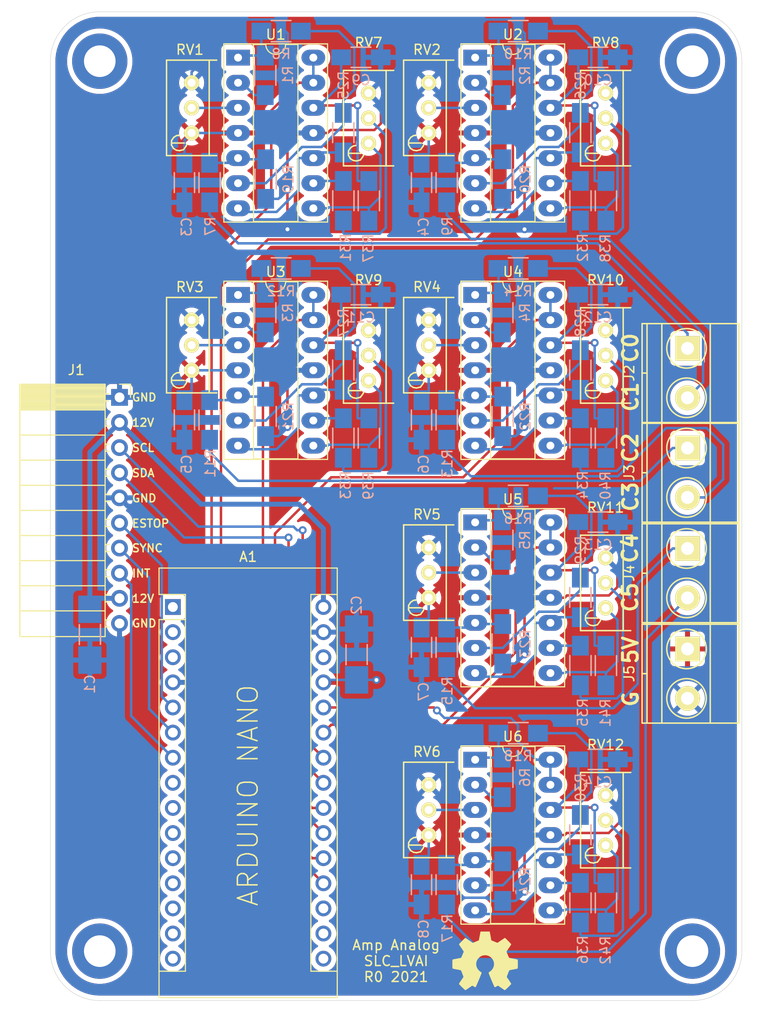
<source format=kicad_pcb>
(kicad_pcb (version 20240108) (generator "pcbnew") (generator_version "8.0")
  (layers (0 "F.Cu" signal) (31 "B.Cu" signal) (34 "B.Paste" user) (35 "F.Paste" user) (36 "B.SilkS" user "B.Silkscreen") (37 "F.SilkS" user "F.Silkscreen") (38 "B.Mask" user) (39 "F.Mask" user) (44 "Edge.Cuts" user))
  (net 0 "")
  (net 1 "Net-(A1-Pad16)")
  (net 2 "Net-(A1-Pad15)")
  (net 3 "Net-(A1-Pad14)")
  (net 4 "GND")
  (net 5 "Net-(A1-Pad13)")
  (net 6 "Net-(A1-Pad28)")
  (net 7 "Net-(A1-Pad12)")
  (net 8 "+5V")
  (net 9 "Net-(A1-Pad11)")
  (net 10 "Net-(A1-Pad10)")
  (net 11 "Net-(A1-Pad9)")
  (net 12 "/I2C_CLK")
  (net 13 "Net-(A1-Pad8)")
  (net 14 "/I2C_DAT")
  (net 15 "/SYNC")
  (net 16 "/E_STOP")
  (net 17 "Net-(A1-Pad3)")
  (net 18 "Net-(A1-Pad18)")
  (net 19 "Net-(A1-Pad2)")
  (net 20 "Net-(A1-Pad17)")
  (net 21 "Net-(A1-Pad1)")
  (net 22 "+12V")
  (net 23 "/INT")
  (net 24 "/CH0_AI")
  (net 25 "/CH1_AI")
  (net 26 "/CH2_AI")
  (net 27 "/CH3_AI")
  (net 28 "/CH4_AI")
  (net 29 "/CH5_AI")
  (net 30 "Net-(C9-Pad1)")
  (net 31 "Net-(C10-Pad1)")
  (net 32 "Net-(C11-Pad1)")
  (net 33 "Net-(C12-Pad1)")
  (net 34 "Net-(C13-Pad1)")
  (net 35 "Net-(C14-Pad1)")
  (net 36 "/Ch1_in")
  (net 37 "/Ch2_in")
  (net 38 "/Ch3_in")
  (net 39 "/Ch5_in")
  (net 40 "/Ch4_in")
  (net 41 "Net-(R1-Pad2)")
  (net 42 "Net-(R1-Pad1)")
  (net 43 "Net-(R2-Pad1)")
  (net 44 "Net-(R10-Pad1)")
  (net 45 "Net-(R3-Pad1)")
  (net 46 "Net-(R12-Pad1)")
  (net 47 "Net-(R4-Pad1)")
  (net 48 "Net-(R14-Pad1)")
  (net 49 "Net-(R5-Pad1)")
  (net 50 "Net-(R16-Pad1)")
  (net 51 "Net-(R18-Pad1)")
  (net 52 "Net-(R6-Pad1)")
  (net 53 "Net-(R19-Pad2)")
  (net 54 "Net-(R25-Pad1)")
  (net 55 "Net-(R20-Pad2)")
  (net 56 "Net-(R10-Pad2)")
  (net 57 "Net-(R11-Pad2)")
  (net 58 "Net-(R12-Pad2)")
  (net 59 "Net-(R13-Pad2)")
  (net 60 "Net-(R14-Pad2)")
  (net 61 "Net-(R15-Pad2)")
  (net 62 "Net-(R16-Pad2)")
  (net 63 "Net-(R17-Pad2)")
  (net 64 "Net-(R18-Pad2)")
  (net 65 "Net-(R25-Pad2)")
  (net 66 "Net-(R26-Pad2)")
  (net 67 "Net-(R27-Pad2)")
  (net 68 "Net-(R28-Pad2)")
  (net 69 "Net-(R29-Pad2)")
  (net 70 "Net-(R30-Pad2)")
  (net 71 "Net-(R31-Pad1)")
  (net 72 "Net-(R31-Pad2)")
  (net 73 "Net-(R32-Pad2)")
  (net 74 "Net-(R32-Pad1)")
  (net 75 "Net-(R33-Pad2)")
  (net 76 "Net-(R33-Pad1)")
  (net 77 "Net-(R34-Pad2)")
  (net 78 "Net-(R34-Pad1)")
  (net 79 "Net-(R35-Pad2)")
  (net 80 "Net-(R35-Pad1)")
  (net 81 "Net-(R36-Pad1)")
  (net 82 "Net-(R36-Pad2)")
  (net 83 "Net-(R37-Pad1)")
  (net 84 "Net-(R38-Pad1)")
  (net 85 "Net-(R39-Pad1)")
  (net 86 "Net-(R40-Pad1)")
  (net 87 "Net-(R41-Pad1)")
  (net 88 "Net-(R42-Pad1)")
  (net 89 "Net-(RV1-Pad2)")
  (net 90 "Net-(RV2-Pad2)")
  (net 91 "Net-(RV3-Pad2)")
  (net 92 "Net-(RV4-Pad2)")
  (net 93 "Net-(RV5-Pad2)")
  (net 94 "Net-(RV6-Pad2)")
  (net 95 "/Ch0_in")
  (footprint "MountingHole:MountingHole_3.2mm_M3_DIN965_Pad" (layer "F.Cu") (at 127.6 44.8)
    (property "Reference" "H1" (hide yes))
    (property "Value" "MountingHole")
  )
  (footprint "MountingHole:MountingHole_3.2mm_M3_DIN965_Pad" (layer "F.Cu") (at 187.6 44.8)
    (property "Reference" "H2" (hide yes))
    (property "Value" "MountingHole")
  )
  (footprint "MountingHole:MountingHole_3.2mm_M3_DIN965_Pad" (layer "F.Cu") (at 127.6 134.8)
    (property "Reference" "H3" (hide yes))
    (property "Value" "MountingHole")
  )
  (footprint "MountingHole:MountingHole_3.2mm_M3_DIN965_Pad" (layer "F.Cu") (at 187.6 134.8)
    (property "Reference" "H4" (hide yes))
    (property "Value" "MountingHole")
  )
  (footprint "Module:Arduino_Nano" (layer "F.Cu") (at 135 100)
    (property "Reference" "A1")
    (property "Value" "Arduino_Nano_v3.x")
  )
  (footprint "Connector_PinSocket_2.54mm:PinSocket_1x10_P2.54mm_Horizontal" (layer "F.Cu") (at 129.6 78.8)
    (property "Reference" "J1")
    (property "Value" "Conn_01x10_Female")
  )
  (footprint "Symbol:OSHW-Symbol_6.7x6mm_SilkScreen" (layer "F.Cu") (at 166.6 135.8)
    (property "Reference" "Logo1" (hide yes))
    (property "Value" "Logo_Open_Hardware_Small" (hide yes))
  )
  (footprint "OCI_UPL_FOOTPRINTS:TerminalBlock_Pheonix_MKDS1.5-2pol" (layer "F.Cu") (at 187.1 73.84 -90)
    (property "Reference" "J2")
    (property "Value" "Term_2")
  )
  (footprint "OCI_UPL_FOOTPRINTS:TerminalBlock_Pheonix_MKDS1.5-2pol" (layer "F.Cu") (at 187.1 83.92 -90)
    (property "Reference" "J3")
    (property "Value" "Term_2")
  )
  (footprint "OCI_UPL_FOOTPRINTS:TerminalBlock_Pheonix_MKDS1.5-2pol" (layer "F.Cu") (at 187.1 94.08 -90)
    (property "Reference" "J4")
    (property "Value" "Term_2")
  )
  (footprint "OCI_UPL_FOOTPRINTS:TerminalBlock_Pheonix_MKDS1.5-2pol" (layer "F.Cu") (at 187.1 104.24 -90)
    (property "Reference" "J5")
    (property "Value" "Term_2")
  )
  (footprint "OCI_UPL_FOOTPRINTS:Potentiometer_Bourns_3296W_3-8Zoll_Inline_ScrewUp" (layer "F.Cu") (at 136.9 52.06)
    (property "Reference" "RV1")
    (property "Value" "10k_t")
  )
  (footprint "OCI_UPL_FOOTPRINTS:Potentiometer_Bourns_3296W_3-8Zoll_Inline_ScrewUp" (layer "F.Cu") (at 154.81 53.1)
    (property "Reference" "RV7")
    (property "Value" "10k_t")
  )
  (footprint "Package_DIP:DIP-14_W7.62mm_Socket_LongPads" (layer "F.Cu") (at 141.6 44.44)
    (property "Reference" "U1")
    (property "Value" "MCP6004")
  )
  (footprint "OCI_UPL_FOOTPRINTS:Potentiometer_Bourns_3296W_3-8Zoll_Inline_ScrewUp" (layer "F.Cu") (at 160.9 52.06)
    (property "Reference" "RV2")
    (property "Value" "10k_t")
  )
  (footprint "OCI_UPL_FOOTPRINTS:Potentiometer_Bourns_3296W_3-8Zoll_Inline_ScrewUp" (layer "F.Cu") (at 178.81 53.1)
    (property "Reference" "RV8")
    (property "Value" "10k_t")
  )
  (footprint "Package_DIP:DIP-14_W7.62mm_Socket_LongPads" (layer "F.Cu") (at 165.6 44.44)
    (property "Reference" "U2")
    (property "Value" "MCP6004")
  )
  (footprint "OCI_UPL_FOOTPRINTS:Potentiometer_Bourns_3296W_3-8Zoll_Inline_ScrewUp" (layer "F.Cu") (at 136.9 76.06)
    (property "Reference" "RV3")
    (property "Value" "10k_t")
  )
  (footprint "OCI_UPL_FOOTPRINTS:Potentiometer_Bourns_3296W_3-8Zoll_Inline_ScrewUp" (layer "F.Cu") (at 154.81 77.1)
    (property "Reference" "RV9")
    (property "Value" "10k_t")
  )
  (footprint "Package_DIP:DIP-14_W7.62mm_Socket_LongPads" (layer "F.Cu") (at 141.6 68.44)
    (property "Reference" "U3")
    (property "Value" "MCP6004")
  )
  (footprint "OCI_UPL_FOOTPRINTS:Potentiometer_Bourns_3296W_3-8Zoll_Inline_ScrewUp" (layer "F.Cu") (at 160.9 76.06)
    (property "Reference" "RV4")
    (property "Value" "10k_t")
  )
  (footprint "OCI_UPL_FOOTPRINTS:Potentiometer_Bourns_3296W_3-8Zoll_Inline_ScrewUp" (layer "F.Cu") (at 178.81 77.1)
    (property "Reference" "RV10")
    (property "Value" "10k_t")
  )
  (footprint "Package_DIP:DIP-14_W7.62mm_Socket_LongPads" (layer "F.Cu") (at 165.6 68.44)
    (property "Reference" "U4")
    (property "Value" "MCP6004")
  )
  (footprint "OCI_UPL_FOOTPRINTS:Potentiometer_Bourns_3296W_3-8Zoll_Inline_ScrewUp" (layer "F.Cu") (at 160.9 99.06)
    (property "Reference" "RV5")
    (property "Value" "10k_t")
  )
  (footprint "OCI_UPL_FOOTPRINTS:Potentiometer_Bourns_3296W_3-8Zoll_Inline_ScrewUp" (layer "F.Cu") (at 178.81 100.1)
    (property "Reference" "RV11")
    (property "Value" "10k_t")
  )
  (footprint "Package_DIP:DIP-14_W7.62mm_Socket_LongPads" (layer "F.Cu") (at 165.6 91.44)
    (property "Reference" "U5")
    (property "Value" "MCP6004")
  )
  (footprint "OCI_UPL_FOOTPRINTS:Potentiometer_Bourns_3296W_3-8Zoll_Inline_ScrewUp" (layer "F.Cu") (at 160.9 123.06)
    (property "Reference" "RV6")
    (property "Value" "10k_t")
  )
  (footprint "OCI_UPL_FOOTPRINTS:Potentiometer_Bourns_3296W_3-8Zoll_Inline_ScrewUp" (layer "F.Cu") (at 178.81 124.1)
    (property "Reference" "RV12")
    (property "Value" "10k_t")
  )
  (footprint "Package_DIP:DIP-14_W7.62mm_Socket_LongPads" (layer "F.Cu") (at 165.6 115.44)
    (property "Reference" "U6")
    (property "Value" "MCP6004")
  )
  (footprint "OCI_UPL_FOOTPRINTS:C_2312" (layer "B.Cu") (at 153.6 104.8 90)
    (property "Reference" "C2")
    (property "Value" "10uF_t")
  )
  (footprint "OCI_UPL_FOOTPRINTS:C_2312" (layer "B.Cu") (at 126.6 102.8 -90)
    (property "Reference" "C1")
    (property "Value" "10uF_t")
  )
  (footprint "OCI_UPL_FOOTPRINTS:C_1206_HandSoldering" (layer "B.Cu") (at 136.17 57.08 -90)
    (property "Reference" "C3")
    (property "Value" "1uF_t")
  )
  (footprint "OCI_UPL_FOOTPRINTS:C_1206_HandSoldering" (layer "B.Cu") (at 154.04 44.41)
    (property "Reference" "C9")
    (property "Value" "1uF_t")
  )
  (footprint "OCI_UPL_FOOTPRINTS:R_1206_HandSoldering" (layer "B.Cu") (at 144.35 46.23 90)
    (property "Reference" "R1")
    (property "Value" "1K")
  )
  (footprint "OCI_UPL_FOOTPRINTS:R_1206_HandSoldering" (layer "B.Cu") (at 138.72 57.08 90)
    (property "Reference" "R7")
    (property "Value" "1K")
  )
  (footprint "OCI_UPL_FOOTPRINTS:R_1206_HandSoldering" (layer "B.Cu") (at 145.96 41.76)
    (property "Reference" "R8")
    (property "Value" "1K")
  )
  (footprint "OCI_UPL_FOOTPRINTS:R_1206_HandSoldering" (layer "B.Cu") (at 144.39 56.72 90)
    (property "Reference" "R19")
    (property "Value" "1K")
  )
  (footprint "OCI_UPL_FOOTPRINTS:R_1206_HandSoldering" (layer "B.Cu") (at 152.25 52.03 -90)
    (property "Reference" "R25")
    (property "Value" "1K")
  )
  (footprint "OCI_UPL_FOOTPRINTS:R_1206_HandSoldering" (layer "B.Cu") (at 152.26 58.91 -90)
    (property "Reference" "R31")
    (property "Value" "1K")
  )
  (footprint "OCI_UPL_FOOTPRINTS:R_1206_HandSoldering" (layer "B.Cu") (at 154.84 58.92 90)
    (property "Reference" "R37")
    (property "Value" "1K")
  )
  (footprint "OCI_UPL_FOOTPRINTS:C_1206_HandSoldering" (layer "B.Cu") (at 160.17 57.08 -90)
    (property "Reference" "C4")
    (property "Value" "1uF_t")
  )
  (footprint "OCI_UPL_FOOTPRINTS:C_1206_HandSoldering" (layer "B.Cu") (at 178.04 44.41)
    (property "Reference" "C10")
    (property "Value" "1uF_t")
  )
  (footprint "OCI_UPL_FOOTPRINTS:R_1206_HandSoldering" (layer "B.Cu") (at 168.35 46.23 90)
    (property "Reference" "R2")
    (property "Value" "1K")
  )
  (footprint "OCI_UPL_FOOTPRINTS:R_1206_HandSoldering" (layer "B.Cu") (at 162.72 57.08 90)
    (property "Reference" "R9")
    (property "Value" "1K")
  )
  (footprint "OCI_UPL_FOOTPRINTS:R_1206_HandSoldering" (layer "B.Cu") (at 169.96 41.76)
    (property "Reference" "R10")
    (property "Value" "1K")
  )
  (footprint "OCI_UPL_FOOTPRINTS:R_1206_HandSoldering" (layer "B.Cu") (at 168.39 56.72 90)
    (property "Reference" "R20")
    (property "Value" "1K")
  )
  (footprint "OCI_UPL_FOOTPRINTS:R_1206_HandSoldering" (layer "B.Cu") (at 176.25 52.03 -90)
    (property "Reference" "R26")
    (property "Value" "1K")
  )
  (footprint "OCI_UPL_FOOTPRINTS:R_1206_HandSoldering" (layer "B.Cu") (at 176.26 58.91 -90)
    (property "Reference" "R32")
    (property "Value" "1K")
  )
  (footprint "OCI_UPL_FOOTPRINTS:R_1206_HandSoldering" (layer "B.Cu") (at 178.84 58.92 90)
    (property "Reference" "R38")
    (property "Value" "1K")
  )
  (footprint "OCI_UPL_FOOTPRINTS:C_1206_HandSoldering" (layer "B.Cu") (at 136.17 81.08 -90)
    (property "Reference" "C5")
    (property "Value" "1uF_t")
  )
  (footprint "OCI_UPL_FOOTPRINTS:C_1206_HandSoldering" (layer "B.Cu") (at 178.04 68.41)
    (property "Reference" "C12")
    (property "Value" "1uF_t")
  )
  (footprint "OCI_UPL_FOOTPRINTS:R_1206_HandSoldering" (layer "B.Cu") (at 169.96 65.76)
    (property "Reference" "R14")
    (property "Value" "1K")
  )
  (footprint "OCI_UPL_FOOTPRINTS:R_1206_HandSoldering" (layer "B.Cu") (at 168.35 70.23 90)
    (property "Reference" "R4")
    (property "Value" "1K")
  )
  (footprint "OCI_UPL_FOOTPRINTS:C_1206_HandSoldering" (layer "B.Cu") (at 154.04 68.41)
    (property "Reference" "C11")
    (property "Value" "1uF_t")
  )
  (footprint "OCI_UPL_FOOTPRINTS:R_1206_HandSoldering" (layer "B.Cu") (at 144.35 70.23 90)
    (property "Reference" "R3")
    (property "Value" "1K")
  )
  (footprint "OCI_UPL_FOOTPRINTS:R_1206_HandSoldering" (layer "B.Cu") (at 138.72 81.08 90)
    (property "Reference" "R11")
    (property "Value" "1K")
  )
  (footprint "OCI_UPL_FOOTPRINTS:R_1206_HandSoldering" (layer "B.Cu") (at 145.96 65.76)
    (property "Reference" "R12")
    (property "Value" "1K")
  )
  (footprint "OCI_UPL_FOOTPRINTS:R_1206_HandSoldering" (layer "B.Cu") (at 176.25 76.03 -90)
    (property "Reference" "R28")
    (property "Value" "1K")
  )
  (footprint "OCI_UPL_FOOTPRINTS:R_1206_HandSoldering" (layer "B.Cu") (at 144.39 80.72 90)
    (property "Reference" "R21")
    (property "Value" "1K")
  )
  (footprint "OCI_UPL_FOOTPRINTS:R_1206_HandSoldering" (layer "B.Cu") (at 152.25 76.03 -90)
    (property "Reference" "R27")
    (property "Value" "1K")
  )
  (footprint "OCI_UPL_FOOTPRINTS:R_1206_HandSoldering" (layer "B.Cu") (at 152.26 82.91 -90)
    (property "Reference" "R33")
    (property "Value" "1K")
  )
  (footprint "OCI_UPL_FOOTPRINTS:R_1206_HandSoldering" (layer "B.Cu") (at 154.84 82.92 90)
    (property "Reference" "R39")
    (property "Value" "1K")
  )
  (footprint "OCI_UPL_FOOTPRINTS:C_1206_HandSoldering" (layer "B.Cu") (at 160.17 81.08 -90)
    (property "Reference" "C6")
    (property "Value" "1uF_t")
  )
  (footprint "OCI_UPL_FOOTPRINTS:R_1206_HandSoldering" (layer "B.Cu") (at 168.39 80.72 90)
    (property "Reference" "R22")
    (property "Value" "1K")
  )
  (footprint "OCI_UPL_FOOTPRINTS:R_1206_HandSoldering" (layer "B.Cu") (at 176.26 82.91 -90)
    (property "Reference" "R34")
    (property "Value" "1K")
  )
  (footprint "OCI_UPL_FOOTPRINTS:R_1206_HandSoldering" (layer "B.Cu") (at 178.84 82.92 90)
    (property "Reference" "R40")
    (property "Value" "1K")
  )
  (footprint "OCI_UPL_FOOTPRINTS:R_1206_HandSoldering" (layer "B.Cu") (at 162.72 81.08 90)
    (property "Reference" "R13")
    (property "Value" "1K")
  )
  (footprint "OCI_UPL_FOOTPRINTS:C_1206_HandSoldering" (layer "B.Cu") (at 178.04 91.41)
    (property "Reference" "C13")
    (property "Value" "1uF_t")
  )
  (footprint "OCI_UPL_FOOTPRINTS:R_1206_HandSoldering" (layer "B.Cu") (at 169.96 88.76)
    (property "Reference" "R16")
    (property "Value" "1K")
  )
  (footprint "OCI_UPL_FOOTPRINTS:C_1206_HandSoldering" (layer "B.Cu") (at 178.04 115.41)
    (property "Reference" "C14")
    (property "Value" "1uF_t")
  )
  (footprint "OCI_UPL_FOOTPRINTS:R_1206_HandSoldering" (layer "B.Cu") (at 169.96 112.76)
    (property "Reference" "R18")
    (property "Value" "1K")
  )
  (footprint "OCI_UPL_FOOTPRINTS:R_1206_HandSoldering" (layer "B.Cu") (at 168.35 93.23 90)
    (property "Reference" "R5")
    (property "Value" "1K")
  )
  (footprint "OCI_UPL_FOOTPRINTS:R_1206_HandSoldering" (layer "B.Cu") (at 176.25 99.03 -90)
    (property "Reference" "R29")
    (property "Value" "1K")
  )
  (footprint "OCI_UPL_FOOTPRINTS:C_1206_HandSoldering" (layer "B.Cu") (at 160.17 104.08 -90)
    (property "Reference" "C7")
    (property "Value" "1uF_t")
  )
  (footprint "OCI_UPL_FOOTPRINTS:R_1206_HandSoldering" (layer "B.Cu") (at 168.39 103.72 90)
    (property "Reference" "R23")
    (property "Value" "1K")
  )
  (footprint "OCI_UPL_FOOTPRINTS:R_1206_HandSoldering" (layer "B.Cu") (at 168.35 117.23 90)
    (property "Reference" "R6")
    (property "Value" "1K")
  )
  (footprint "OCI_UPL_FOOTPRINTS:R_1206_HandSoldering" (layer "B.Cu") (at 176.25 123.03 -90)
    (property "Reference" "R30")
    (property "Value" "1K")
  )
  (footprint "OCI_UPL_FOOTPRINTS:R_1206_HandSoldering" (layer "B.Cu") (at 176.26 105.91 -90)
    (property "Reference" "R35")
    (property "Value" "1K")
  )
  (footprint "OCI_UPL_FOOTPRINTS:R_1206_HandSoldering" (layer "B.Cu") (at 178.84 105.92 90)
    (property "Reference" "R41")
    (property "Value" "1K")
  )
  (footprint "OCI_UPL_FOOTPRINTS:R_1206_HandSoldering" (layer "B.Cu") (at 162.72 104.08 90)
    (property "Reference" "R15")
    (property "Value" "1K")
  )
  (footprint "OCI_UPL_FOOTPRINTS:C_1206_HandSoldering" (layer "B.Cu") (at 160.17 128.08 -90)
    (property "Reference" "C8")
    (property "Value" "1uF_t")
  )
  (footprint "OCI_UPL_FOOTPRINTS:R_1206_HandSoldering" (layer "B.Cu") (at 168.39 127.72 90)
    (property "Reference" "R24")
    (property "Value" "1K")
  )
  (footprint "OCI_UPL_FOOTPRINTS:R_1206_HandSoldering" (layer "B.Cu") (at 176.26 129.91 -90)
    (property "Reference" "R36")
    (property "Value" "1K")
  )
  (footprint "OCI_UPL_FOOTPRINTS:R_1206_HandSoldering" (layer "B.Cu") (at 178.84 129.92 90)
    (property "Reference" "R42")
    (property "Value" "1K")
  )
  (footprint "OCI_UPL_FOOTPRINTS:R_1206_HandSoldering" (layer "B.Cu") (at 162.72 128.08 90)
    (property "Reference" "R17")
    (property "Value" "1K")
  )
  (gr_line (start 192.6 44.8) (end 192.6 134.8) (stroke (width 0.05)) (layer "Edge.Cuts"))
  (gr_arc (start 127.6 139.8) (mid 124.064466 138.335534) (end 122.6 134.8) (stroke (width 0.05)) (layer "Edge.Cuts"))
  (gr_line (start 127.6 139.8) (end 187.6 139.8) (stroke (width 0.05)) (layer "Edge.Cuts"))
  (gr_arc (start 122.6 44.8) (mid 124.064466 41.264466) (end 127.6 39.8) (stroke (width 0.05)) (layer "Edge.Cuts"))
  (gr_line (start 122.6 134.8) (end 122.6 44.8) (stroke (width 0.05)) (layer "Edge.Cuts"))
  (gr_line (start 127.6 39.8) (end 187.6 39.8) (stroke (width 0.05)) (layer "Edge.Cuts"))
  (gr_arc (start 187.6 39.8) (mid 191.135534 41.264466) (end 192.6 44.8) (stroke (width 0.05)) (layer "Edge.Cuts"))
  (gr_arc (start 192.6 134.8) (mid 191.135534 138.335534) (end 187.6 139.8) (stroke (width 0.05)) (layer "Edge.Cuts"))
  (gr_text "C1" (at 181.34 78.75 90) (layer "F.SilkS") (effects (font (size 1.5 1.5) (thickness 0.3))))
  (gr_text "5V" (at 181.33 104.35 90) (layer "F.SilkS") (effects (font (size 1.5 1.5) (thickness 0.3))))
  (gr_text "G" (at 181.35 109.3 90) (layer "F.SilkS") (effects (font (size 1.5 1.5) (thickness 0.3))))
  (gr_text "INT" (at 131.795238 96.6 0) (layer "F.SilkS") (effects (font (size 0.8 0.8))))
  (gr_text "GND" (at 132.1 101.65 0) (layer "F.SilkS") (effects (font (size 0.8 0.8))))
  (gr_text "12V" (at 131.985715 99.15 0) (layer "F.SilkS") (effects (font (size 0.8 0.8))))
  (gr_text "GND" (at 132.1 78.8 0) (layer "F.SilkS") (effects (font (size 0.8 0.8))))
  (gr_text "SCL" (at 131.985715 83.9 0) (layer "F.SilkS") (effects (font (size 0.8 0.8))))
  (gr_text "SYNC" (at 132.42381 94.05 0) (layer "F.SilkS") (effects (font (size 0.8 0.8))))
  (gr_text "C0" (at 181.32 73.8 90) (layer "F.SilkS") (effects (font (size 1.5 1.5) (thickness 0.3))))
  (gr_text "C2" (at 181.31 83.9 90) (layer "F.SilkS") (effects (font (size 1.5 1.5) (thickness 0.3))))
  (gr_text "SDA" (at 132.004762 86.45 0) (layer "F.SilkS") (effects (font (size 0.8 0.8))))
  (gr_text "C5" (at 181.3 99.02 90) (layer "F.SilkS") (effects (font (size 1.5 1.5) (thickness 0.3))))
  (gr_text "ARDUINO NANO" (at 142.61 119.05 90) (layer "F.SilkS") (effects (font (size 2 2))))
  (gr_text "Amp Analog\nSLC_LVAI\nR0 2021" (at 157.599999 135.8 0) (layer "F.SilkS") (effects (font (size 1 1))))
  (gr_text "ESTOP" (at 132.747619 91.55 0) (layer "F.SilkS") (effects (font (size 0.8 0.8))))
  (gr_text "C3" (at 181.33 88.85 90) (layer "F.SilkS") (effects (font (size 1.5 1.5) (thickness 0.3))))
  (gr_text "C4" (at 181.28 94.07 90) (layer "F.SilkS") (effects (font (size 1.5 1.5) (thickness 0.3))))
  (gr_text "GND" (at 132.1 89 0) (layer "F.SilkS") (effects (font (size 0.8 0.8))))
  (gr_text "12V" (at 131.985715 81.35 0) (layer "F.SilkS") (effects (font (size 0.8 0.8))))
  (segment (start 179.148762 98.83) (end 180 97.978762) (width 0.25) (layer "F.Cu") (net 4))
  (segment (start 171.77 52.06) (end 170.6 53.23) (width 0.25) (layer "F.Cu") (net 4))
  (segment (start 179.128762 122.85) (end 180.21 121.768762) (width 0.25) (layer "F.Cu") (net 4))
  (segment (start 150.67 52.06) (end 150.97 51.76) (width 0.25) (layer "F.Cu") (net 4))
  (segment (start 179.571999 95.781999) (end 178.81 95.02) (width 0.25) (layer "F.Cu") (net 4))
  (segment (start 156.06 49.27) (end 155.571999 48.781999) (width 0.25) (layer "F.Cu") (net 4))
  (segment (start 174.67 99.06) (end 174.9 98.83) (width 0.25) (layer "F.Cu") (net 4))
  (segment (start 155.571999 48.781999) (end 154.81 48.02) (width 0.25) (layer "F.Cu") (net 4))
  (segment (start 170.6 53.23) (end 170.6 57.8) (width 0.25) (layer "F.Cu") (net 4))
  (segment (start 171.77 123.06) (end 173.22 123.06) (width 0.25) (layer "F.Cu") (net 4))
  (segment (start 171.77 99.06) (end 173.22 99.06) (width 0.25) (layer "F.Cu") (net 4))
  (segment (start 173.22 123.06) (end 174.67 123.06) (width 0.25) (layer "F.Cu") (net 4))
  (segment (start 173.22 52.06) (end 171.77 52.06) (width 0.25) (layer "F.Cu") (net 4))
  (segment (start 155.4 51.76) (end 156.06 51.1) (width 0.25) (layer "F.Cu") (net 4))
  (segment (start 180.21 121.768762) (end 180.21 120.42) (width 0.25) (layer "F.Cu") (net 4))
  (segment (start 146.6 81.8) (end 146.6 77.23) (width 0.25) (layer "F.Cu") (net 4))
  (segment (start 171.77 76.06) (end 173.22 76.06) (width 0.25) (layer "F.Cu") (net 4))
  (segment (start 146.6 57.8) (end 146.6 53.23) (width 0.25) (layer "F.Cu") (net 4))
  (segment (start 174.9 98.83) (end 179.148762 98.83) (width 0.25) (layer "F.Cu") (net 4))
  (segment (start 170.6 77.23) (end 171.77 76.06) (width 0.25) (layer "F.Cu") (net 4))
  (segment (start 170.6 57.8) (end 170.6 61.8) (width 0.25) (layer "F.Cu") (net 4))
  (segment (start 170.6 104.8) (end 170.6 100.23) (width 0.25) (layer "F.Cu") (net 4))
  (segment (start 180.21 120.42) (end 178.81 119.02) (width 0.25) (layer "F.Cu") (net 4))
  (segment (start 146.6 57.8) (end 146.6 61.8) (width 0.25) (layer "F.Cu") (net 4))
  (segment (start 146.6 53.23) (end 147.77 52.06) (width 0.25) (layer "F.Cu") (net 4))
  (segment (start 146.6 77.23) (end 147.77 76.06) (width 0.25) (layer "F.Cu") (net 4))
  (segment (start 147.77 52.06) (end 149.22 52.06) (width 0.25) (layer "F.Cu") (net 4))
  (segment (start 170.6 124.23) (end 171.77 123.06) (width 0.25) (layer "F.Cu") (net 4))
  (segment (start 170.6 81.8) (end 170.6 77.23) (width 0.25) (layer "F.Cu") (net 4))
  (segment (start 180 97.978762) (end 180 96.21) (width 0.25) (layer "F.Cu") (net 4))
  (segment (start 170.6 100.23) (end 171.77 99.06) (width 0.25) (layer "F.Cu") (net 4))
  (segment (start 150.97 51.76) (end 155.4 51.76) (width 0.25) (layer "F.Cu") (net 4))
  (segment (start 149.22 52.06) (end 150.67 52.06) (width 0.25) (layer "F.Cu") (net 4))
  (segment (start 147.77 76.06) (end 149.22 76.06) (width 0.25) (layer "F.Cu") (net 4))
  (segment (start 170.6 128.8) (end 170.6 124.23) (width 0.25) (layer "F.Cu") (net 4))
  (segment (start 156.06 51.1) (end 156.06 49.27) (width 0.25) (layer "F.Cu") (net 4))
  (segment (start 173.22 99.06) (end 174.67 99.06) (width 0.25) (layer "F.Cu") (net 4))
  (segment (start 174.67 123.06) (end 174.88 122.85) (width 0.25) (layer "F.Cu") (net 4))
  (segment (start 180 96.21) (end 179.571999 95.781999) (width 0.25) (layer "F.Cu") (net 4))
  (segment (start 174.88 122.85) (end 179.128762 122.85) (width 0.25) (layer "F.Cu") (net 4))
  (via (at 170.6 81.8) (size 0.8) (drill 0.4) (layers "F.Cu" "B.Cu") (net 4))
  (via (at 170.6 128.8) (size 0.8) (drill 0.4) (layers "F.Cu" "B.Cu") (net 4))
  (via (at 146.6 57.8) (size 0.8) (drill 0.4) (layers "F.Cu" "B.Cu") (net 4))
  (via (at 170.6 104.8) (size 0.8) (drill 0.4) (layers "F.Cu" "B.Cu") (net 4))
  (via (at 146.6 81.8) (size 0.8) (drill 0.4) (layers "F.Cu" "B.Cu") (net 4))
  (via (at 146.6 61.8) (size 0.8) (drill 0.4) (layers "F.Cu" "B.Cu") (net 4))
  (via (at 170.6 57.8) (size 0.8) (drill 0.4) (layers "F.Cu" "B.Cu") (net 4))
  (via (at 170.6 61.8) (size 0.8) (drill 0.4) (layers "F.Cu" "B.Cu") (net 4))
  (segment (start 180.04 44.41) (end 180.04 46.79) (width 0.25) (layer "B.Cu") (net 4))
  (segment (start 180.04 46.79) (end 178.81 48.02) (width 0.25) (layer "B.Cu") (net 4))
  (segment (start 156.04 68.41) (end 156.04 70.79) (width 0.25) (layer "B.Cu") (net 4))
  (segment (start 180.04 68.41) (end 180.04 70.79) (width 0.25) (layer "B.Cu") (net 4))
  (segment (start 180.04 70.79) (end 178.81 72.02) (width 0.25) (layer "B.Cu") (net 4))
  (segment (start 156.04 70.79) (end 154.81 72.02) (width 0.25) (layer "B.Cu") (net 4))
  (segment (start 180.04 91.41) (end 180.04 93.79) (width 0.25) (layer "B.Cu") (net 4))
  (segment (start 180.04 93.79) (end 178.81 95.02) (width 0.25) (layer "B.Cu") (net 4))
  (segment (start 180.04 115.41) (end 180.04 117.79) (width 0.25) (layer "B.Cu") (net 4))
  (segment (start 180.04 117.79) (end 178.81 119.02) (width 0.25) (layer "B.Cu") (net 4))
  (segment (start 160.17 128.83) (end 160.17 130.08) (width 0.25) (layer "B.Cu") (net 4))
  (segment (start 166.699999 40.584999) (end 169.220001 40.584999) (width 0.25) (layer "B.Cu") (net 4))
  (segment (start 169.220001 40.584999) (end 170.634999 41.999997) (width 0.25) (layer "B.Cu") (net 4))
  (segment (start 169.31 57.8) (end 168.39 58.72) (width 0.25) (layer "B.Cu") (net 4))
  (segment (start 156.04 44.41) (end 156.04 46.79) (width 0.25) (layer "B.Cu") (net 4))
  (segment (start 171.77 52.06) (end 173.22 52.06) (width 0.25) (layer "B.Cu") (net 4))
  (segment (start 170.634999 41.999997) (end 170.634999 50.924999) (width 0.25) (layer "B.Cu") (net 4))
  (segment (start 164.475002 129.4) (end 163.595002 128.52) (width 0.25) (layer "B.Cu") (net 4))
  (segment (start 144.39 82.72) (end 145.68 82.72) (width 0.25) (layer "B.Cu") (net 4))
  (segment (start 161.661999 46.218001) (end 161.661999 45.622999) (width 0.25) (layer "B.Cu") (net 4))
  (segment (start 168.39 129.72) (end 167.29 129.72) (width 0.25) (layer "B.Cu") (net 4))
  (segment (start 156.04 46.79) (end 154.81 48.02) (width 0.25) (layer "B.Cu") (net 4))
  (segment (start 160.9 46.98) (end 161.661999 46.218001) (width 0.25) (layer "B.Cu") (net 4))
  (segment (start 136.9 46.98) (end 136.9 45.90237) (width 0.25) (layer "B.Cu") (net 4))
  (segment (start 167.29 129.72) (end 166.97 129.4) (width 0.25) (layer "B.Cu") (net 4))
  (segment (start 166.97 129.4) (end 164.475002 129.4) (width 0.25) (layer "B.Cu") (net 4))
  (segment (start 170.6 57.8) (end 169.31 57.8) (width 0.25) (layer "B.Cu") (net 4))
  (segment (start 168.39 82.72) (end 169.68 82.72) (width 0.25) (layer "B.Cu") (net 4))
  (segment (start 145.220001 40.584999) (end 146.634999 41.999997) (width 0.25) (layer "B.Cu") (net 4))
  (segment (start 168.39 105.72) (end 169.68 105.72) (width 0.25) (layer "B.Cu") (net 4))
  (segment (start 144.39 58.72) (end 145.68 58.72) (width 0.25) (layer "B.Cu") (net 4))
  (segment (start 129.6 88.96) (end 130.449999 89.809999) (width 0.5) (layer "B.Cu") (net 4))
  (segment (start 145.68 58.72) (end 146.6 57.8) (width 0.25) (layer "B.Cu") (net 4))
  (segment (start 161.661999 45.622999) (end 166.699999 40.584999) (width 0.25) (layer "B.Cu") (net 4))
  (segment (start 168.39 129.72) (end 169.68 129.72) (width 0.25) (layer "B.Cu") (net 4))
  (segment (start 169.68 82.72) (end 170.6 81.8) (width 0.25) (layer "B.Cu") (net 4))
  (segment (start 136.9 45.90237) (end 142.217371 40.584999) (width 0.25) (layer "B.Cu") (net 4))
  (segment (start 146.634999 50.924999) (end 147.77 52.06) (width 0.25) (layer "B.Cu") (net 4))
  (segment (start 145.68 82.72) (end 146.6 81.8) (width 0.25) (layer "B.Cu") (net 4))
  (segment (start 163.595002 128.52) (end 160.48 128.52) (width 0.25) (layer "B.Cu") (net 4))
  (segment (start 160.48 128.52) (end 160.17 128.83) (width 0.25) (layer "B.Cu") (net 4))
  (segment (start 146.634999 41.999997) (end 146.634999 50.924999) (width 0.25) (layer "B.Cu") (net 4))
  (segment (start 142.217371 40.584999) (end 145.220001 40.584999) (width 0.25) (layer "B.Cu") (net 4))
  (segment (start 130.449999 89.809999) (end 130.959999 89.809999) (width 0.5) (layer "B.Cu") (net 4))
  (segment (start 147.77 52.06) (end 149.22 52.06) (width 0.25) (layer "B.Cu") (net 4))
  (segment (start 169.68 105.72) (end 170.6 104.8) (width 0.25) (layer "B.Cu") (net 4))
  (segment (start 170.634999 50.924999) (end 171.77 52.06) (width 0.25) (layer "B.Cu") (net 4))
  (segment (start 169.68 129.72) (end 170.6 128.8) (width 0.25) (layer "B.Cu") (net 4))
  (via (at 155.61 107.38) (size 0.8) (drill 0.4) (layers "F.Cu" "B.Cu") (net 8))
  (segment (start 136.17 55.08) (end 136.17 52.79) (width 0.25) (layer "B.Cu") (net 8))
  (segment (start 153.6 107.37) (end 155.6 107.37) (width 0.25) (layer "B.Cu") (net 8))
  (segment (start 160.9 52.06) (end 160.9 54.35) (width 0.25) (layer "B.Cu") (net 8))
  (segment (start 160.9 78.35) (end 160.17 79.08) (width 0.25) (layer "B.Cu") (net 8))
  (segment (start 150.49 107.37) (end 150.24 107.62) (width 0.25) (layer "B.Cu") (net 8))
  (segment (start 160.9 54.35) (end 160.17 55.08) (width 0.25) (layer "B.Cu") (net 8))
  (segment (start 141.6 52.06) (end 136.9 52.06) (width 0.25) (layer "B.Cu") (net 8))
  (segment (start 160.9 101.35) (end 160.17 102.08) (width 0.25) (layer "B.Cu") (net 8))
  (segment (start 160.9 123.06) (end 160.9 125.35) (width 0.25) (layer "B.Cu") (net 8))
  (segment (start 141.6 76.06) (end 136.9 76.06) (width 0.25) (layer "B.Cu") (net 8))
  (segment (start 136.17 52.79) (end 136.9 52.06) (width 0.25) (layer "B.Cu") (net 8))
  (segment (start 136.9 78.35) (end 136.17 79.08) (width 0.25) (layer "B.Cu") (net 8))
  (segment (start 153.6 107.37) (end 150.49 107.37) (width 0.25) (layer "B.Cu") (net 8))
  (segment (start 160.9 99.06) (end 160.9 101.35) (width 0.25) (layer "B.Cu") (net 8))
  (segment (start 136.9 76.06) (end 136.9 78.35) (width 0.25) (layer "B.Cu") (net 8))
  (segment (start 160.9 76.06) (end 160.9 78.35) (width 0.25) (layer "B.Cu") (net 8))
  (segment (start 160.9 125.35) (end 160.17 126.08) (width 0.25) (layer "B.Cu") (net 8))
  (segment (start 155.6 107.37) (end 155.61 107.38) (width 0.25) (layer "B.Cu") (net 8))
  (segment (start 150.24 115.24) (end 148.14 113.14) (width 0.25) (layer "F.Cu") (net 12))
  (segment (start 148.14 113.14) (end 148.14 92.23) (width 0.25) (layer "F.Cu") (net 12))
  (via (at 148.14 92.23) (size 0.8) (drill 0.4) (layers "F.Cu" "B.Cu") (net 12))
  (segment (start 147.574315 92.23) (end 147.214315 91.87) (width 0.25) (layer "B.Cu") (net 12))
  (segment (start 137.59 91.87) (end 129.6 83.88) (width 0.25) (layer "B.Cu") (net 12))
  (segment (start 148.14 92.23) (end 147.574315 92.23) (width 0.25) (layer "B.Cu") (net 12))
  (segment (start 147.214315 91.87) (end 137.59 91.87) (width 0.25) (layer "B.Cu") (net 12))
  (segment (start 150.24 117.78) (end 146.71 114.25) (width 0.25) (layer "F.Cu") (net 14))
  (segment (start 146.71 114.25) (end 146.71 92.97) (width 0.25) (layer "F.Cu") (net 14))
  (via (at 146.71 92.97) (size 0.8) (drill 0.4) (layers "F.Cu" "B.Cu") (net 14))
  (segment (start 146.71 92.97) (end 136.15 92.97) (width 0.25) (layer "B.Cu") (net 14))
  (segment (start 136.15 92.97) (end 129.6 86.42) (width 0.25) (layer "B.Cu") (net 14))
  (segment (start 132.6 110.3) (end 132.6 97.04) (width 0.25) (layer "B.Cu") (net 15))
  (segment (start 135 112.7) (end 132.6 110.3) (width 0.25) (layer "B.Cu") (net 15))
  (segment (start 132.6 97.04) (end 129.6 94.04) (width 0.25) (layer "B.Cu") (net 15))
  (segment (start 135 110.16) (end 133.874999 109.034999) (width 0.25) (layer "B.Cu") (net 16))
  (segment (start 133.874999 109.034999) (end 133.874999 95.774999) (width 0.25) (layer "B.Cu") (net 16))
  (segment (start 130.449999 92.349999) (end 129.6 91.5) (width 0.25) (layer "B.Cu") (net 16))
  (segment (start 133.874999 95.774999) (end 130.449999 92.349999) (width 0.25) (layer "B.Cu") (net 16))
  (segment (start 147.76 89.6) (end 150.24 92.08) (width 0.5) (layer "B.Cu") (net 22))
  (segment (start 150.24 92.08) (end 150.24 100) (width 0.5) (layer "B.Cu") (net 22))
  (segment (start 129.6 81.34) (end 137.86 89.6) (width 0.5) (layer "B.Cu") (net 22))
  (segment (start 126.6 100.23) (end 126.6 84.34) (width 0.5) (layer "B.Cu") (net 22))
  (segment (start 129.6 99.12) (end 127.71 99.12) (width 0.5) (layer "B.Cu") (net 22))
  (segment (start 126.6 84.34) (end 129.6 81.34) (width 0.5) (layer "B.Cu") (net 22))
  (segment (start 137.86 89.6) (end 147.76 89.6) (width 0.5) (layer "B.Cu") (net 22))
  (segment (start 127.71 99.12) (end 126.6 100.23) (width 0.5) (layer "B.Cu") (net 22))
  (segment (start 130.775001 97.755001) (end 130.775001 111.015001) (width 0.25) (layer "B.Cu") (net 23))
  (segment (start 130.775001 111.015001) (end 134.200001 114.440001) (width 0.25) (layer "B.Cu") (net 23))
  (segment (start 129.6 96.58) (end 130.775001 97.755001) (width 0.25) (layer "B.Cu") (net 23))
  (segment (start 134.200001 114.440001) (end 135 115.24) (width 0.25) (layer "B.Cu") (net 23))
  (segment (start 147.77 46.98) (end 149.22 46.98) (width 0.25) (layer "F.Cu") (net 24))
  (segment (start 150.24 127.94) (end 138.92 116.62) (width 0.25) (layer "F.Cu") (net 24))
  (segment (start 138.92 116.62) (end 138.92 65.28) (width 0.25) (layer "F.Cu") (net 24))
  (segment (start 144.96 49.79) (end 147.77 46.98) (width 0.25) (layer "F.Cu") (net 24))
  (segment (start 144.96 59.24) (end 144.96 49.79) (width 0.25) (layer "F.Cu") (net 24))
  (segment (start 138.92 65.28) (end 144.96 59.24) (width 0.25) (layer "F.Cu") (net 24))
  (segment (start 149.22 44.44) (end 149.22 45.49) (width 0.25) (layer "B.Cu") (net 24))
  (segment (start 149.22 45.49) (end 149.22 46.98) (width 0.25) (layer "B.Cu") (net 24))
  (segment (start 139.87 116.16137) (end 139.87 67.584998) (width 0.25) (layer "F.Cu") (net 25))
  (segment (start 169.42 59.04) (end 169.42 49.33) (width 0.25) (layer "F.Cu") (net 25))
  (segment (start 165.63 62.83) (end 169.42 59.04) (width 0.25) (layer "F.Cu") (net 25))
  (segment (start 144.624998 62.83) (end 165.63 62.83) (width 0.25) (layer "F.Cu") (net 25))
  (segment (start 149.10863 125.4) (end 139.87 116.16137) (width 0.25) (layer "F.Cu") (net 25))
  (segment (start 150.24 125.4) (end 149.10863 125.4) (width 0.25) (layer "F.Cu") (net 25))
  (segment (start 171.77 46.98) (end 173.22 46.98) (width 0.25) (layer "F.Cu") (net 25))
  (segment (start 139.87 67.584998) (end 144.624998 62.83) (width 0.25) (layer "F.Cu") (net 25))
  (segment (start 169.42 49.33) (end 171.77 46.98) (width 0.25) (layer "F.Cu") (net 25))
  (segment (start 173.22 44.44) (end 173.22 45.49) (width 0.25) (layer "B.Cu") (net 25))
  (segment (start 173.22 45.49) (end 173.22 46.98) (width 0.25) (layer "B.Cu") (net 25))
  (segment (start 144.12 74.63) (end 147.77 70.98) (width 0.25) (layer "F.Cu") (net 26))
  (segment (start 144.12 116.74) (end 144.12 74.63) (width 0.25) (layer "F.Cu") (net 26))
  (segment (start 147.77 70.98) (end 149.22 70.98) (width 0.25) (layer "F.Cu") (net 26))
  (segment (start 150.24 122.86) (end 144.12 116.74) (width 0.25) (layer "F.Cu") (net 26))
  (segment (start 149.22 68.44) (end 149.22 69.49) (width 0.25) (layer "B.Cu") (net 26))
  (segment (start 149.22 69.49) (end 149.22 70.98) (width 0.25) (layer "B.Cu") (net 26))
  (segment (start 145.34 92.57) (end 151.03 86.88) (width 0.25) (layer "F.Cu") (net 27))
  (segment (start 151.03 86.88) (end 164.391004 86.88) (width 0.25) (layer "F.Cu") (net 27))
  (segment (start 149.10863 120.32) (end 145.34 116.55137) (width 0.25) (layer "F.Cu") (net 27))
  (segment (start 145.34 116.55137) (end 145.34 92.57) (width 0.25) (layer "F.Cu") (net 27))
  (segment (start 168.85 82.421004) (end 168.85 73.9) (width 0.25) (layer "F.Cu") (net 27))
  (segment (start 168.85 73.9) (end 171.77 70.98) (width 0.25) (layer "F.Cu") (net 27))
  (segment (start 171.77 70.98) (end 173.22 70.98) (width 0.25) (layer "F.Cu") (net 27))
  (segment (start 150.24 120.32) (end 149.10863 120.32) (width 0.25) (layer "F.Cu") (net 27))
  (segment (start 164.391004 86.88) (end 168.85 82.421004) (width 0.25) (layer "F.Cu") (net 27))
  (segment (start 173.22 68.44) (end 173.22 69.49) (width 0.25) (layer "B.Cu") (net 27))
  (segment (start 173.22 69.49) (end 173.22 70.98) (width 0.25) (layer "B.Cu") (net 27))
  (segment (start 171.77 93.98) (end 173.22 93.98) (width 0.25) (layer "F.Cu") (net 28))
  (segment (start 169.7 104.571004) (end 169.7 96.05) (width 0.25) (layer "F.Cu") (net 28))
  (segment (start 169.7 96.05) (end 171.77 93.98) (width 0.25) (layer "F.Cu") (net 28))
  (segment (start 150.24 112.7) (end 151.039999 111.900001) (width 0.25) (layer "F.Cu") (net 28))
  (segment (start 162.371003 111.900001) (end 169.7 104.571004) (width 0.25) (layer "F.Cu") (net 28))
  (segment (start 151.039999 111.900001) (end 162.371003 111.900001) (width 0.25) (layer "F.Cu") (net 28))
  (segment (start 173.22 91.44) (end 173.22 92.49) (width 0.25) (layer "B.Cu") (net 28))
  (segment (start 173.22 92.49) (end 173.22 93.98) (width 0.25) (layer "B.Cu") (net 28))
  (segment (start 150.24 110.16) (end 161.43 110.16) (width 0.25) (layer "F.Cu") (net 29))
  (segment (start 161.43 110.16) (end 161.73 110.46) (width 0.25) (layer "F.Cu") (net 29))
  (via (at 161.73 110.46) (size 0.8) (drill 0.4) (layers "F.Cu" "B.Cu") (net 29))
  (segment (start 173.22 115.44) (end 173.22 116.49) (width 0.25) (layer "B.Cu") (net 29))
  (segment (start 173.22 116.49) (end 173.22 117.98) (width 0.25) (layer "B.Cu") (net 29))
  (segment (start 161.73 110.46) (end 162.49 111.22) (width 0.25) (layer "B.Cu") (net 29))
  (segment (start 169.94 111.95) (end 169.94 113.61) (width 0.25) (layer "B.Cu") (net 29))
  (segment (start 171.77 115.44) (end 173.22 115.44) (width 0.25) (layer "B.Cu") (net 29))
  (segment (start 162.49 111.22) (end 169.21 111.22) (width 0.25) (layer "B.Cu") (net 29))
  (segment (start 169.21 111.22) (end 169.94 111.95) (width 0.25) (layer "B.Cu") (net 29))
  (segment (start 169.94 113.61) (end 171.77 115.44) (width 0.25) (layer "B.Cu") (net 29))
  (segment (start 153.700002 49.28) (end 149.46 49.28) (width 0.25) (layer "F.Cu") (net 30))
  (segment (start 149.46 49.28) (end 149.22 49.52) (width 0.25) (layer "F.Cu") (net 30))
  (via (at 153.700002 49.28) (size 0.8) (drill 0.4) (layers "F.Cu" "B.Cu") (net 30))
  (segment (start 152.04 44.41) (end 152.04 47.1) (width 0.25) (layer "B.Cu") (net 30))
  (segment (start 153.700002 56.880002) (end 153.700002 49.28) (width 0.25) (layer "B.Cu") (net 30))
  (segment (start 154.84 56.92) (end 153.74 56.92) (width 0.25) (layer "B.Cu") (net 30))
  (segment (start 153.74 56.92) (end 153.700002 56.880002) (width 0.25) (layer "B.Cu") (net 30))
  (segment (start 149.62 49.52) (end 149.22 49.52) (width 0.25) (layer "B.Cu") (net 30))
  (segment (start 152.04 47.1) (end 149.62 49.52) (width 0.25) (layer "B.Cu") (net 30))
  (segment (start 177.700002 49.28) (end 173.46 49.28) (width 0.25) (layer "F.Cu") (net 31))
  (segment (start 173.46 49.28) (end 173.22 49.52) (width 0.25) (layer "F.Cu") (net 31))
  (via (at 177.700002 49.28) (size 0.8) (drill 0.4) (layers "F.Cu" "B.Cu") (net 31))
  (segment (start 177.700002 56.880002) (end 177.700002 49.28) (width 0.25) (layer "B.Cu") (net 31))
  (segment (start 173.62 49.52) (end 173.22 49.52) (width 0.25) (layer "B.Cu") (net 31))
  (segment (start 176.04 44.41) (end 176.04 47.1) (width 0.25) (layer "B.Cu") (net 31))
  (segment (start 178.84 56.92) (end 177.74 56.92) (width 0.25) (layer "B.Cu") (net 31))
  (segment (start 176.04 47.1) (end 173.62 49.52) (width 0.25) (layer "B.Cu") (net 31))
  (segment (start 177.74 56.92) (end 177.700002 56.880002) (width 0.25) (layer "B.Cu") (net 31))
  (segment (start 153.700002 73.28) (end 149.46 73.28) (width 0.25) (layer "F.Cu") (net 32))
  (segment (start 149.46 73.28) (end 149.22 73.52) (width 0.25) (layer "F.Cu") (net 32))
  (via (at 153.700002 73.28) (size 0.8) (drill 0.4) (layers "F.Cu" "B.Cu") (net 32))
  (segment (start 153.700002 80.880002) (end 153.700002 73.28) (width 0.25) (layer "B.Cu") (net 32))
  (segment (start 149.62 73.52) (end 149.22 73.52) (width 0.25) (layer "B.Cu") (net 32))
  (segment (start 152.04 68.41) (end 152.04 71.1) (width 0.25) (layer "B.Cu") (net 32))
  (segment (start 154.84 80.92) (end 153.74 80.92) (width 0.25) (layer "B.Cu") (net 32))
  (segment (start 152.04 71.1) (end 149.62 73.52) (width 0.25) (layer "B.Cu") (net 32))
  (segment (start 153.74 80.92) (end 153.700002 80.880002) (width 0.25) (layer "B.Cu") (net 32))
  (segment (start 177.700002 73.28) (end 173.46 73.28) (width 0.25) (layer "F.Cu") (net 33))
  (segment (start 173.46 73.28) (end 173.22 73.52) (width 0.25) (layer "F.Cu") (net 33))
  (via (at 177.700002 73.28) (size 0.8) (drill 0.4) (layers "F.Cu" "B.Cu") (net 33))
  (segment (start 173.62 73.52) (end 173.22 73.52) (width 0.25) (layer "B.Cu") (net 33))
  (segment (start 176.04 68.41) (end 176.04 71.1) (width 0.25) (layer "B.Cu") (net 33))
  (segment (start 177.700002 80.880002) (end 177.700002 73.28) (width 0.25) (layer "B.Cu") (net 33))
  (segment (start 178.84 80.92) (end 177.74 80.92) (width 0.25) (layer "B.Cu") (net 33))
  (segment (start 176.04 71.1) (end 173.62 73.52) (width 0.25) (layer "B.Cu") (net 33))
  (segment (start 177.74 80.92) (end 177.700002 80.880002) (width 0.25) (layer "B.Cu") (net 33))
  (segment (start 177.700002 96.28) (end 173.46 96.28) (width 0.25) (layer "F.Cu") (net 34))
  (segment (start 173.46 96.28) (end 173.22 96.52) (width 0.25) (layer "F.Cu") (net 34))
  (via (at 177.700002 96.28) (size 0.8) (drill 0.4) (layers "F.Cu" "B.Cu") (net 34))
  (segment (start 173.62 96.52) (end 173.22 96.52) (width 0.25) (layer "B.Cu") (net 34))
  (segment (start 176.04 91.41) (end 176.04 94.1) (width 0.25) (layer "B.Cu") (net 34))
  (segment (start 177.700002 103.880002) (end 177.700002 96.28) (width 0.25) (layer "B.Cu") (net 34))
  (segment (start 178.84 103.92) (end 177.74 103.92) (width 0.25) (layer "B.Cu") (net 34))
  (segment (start 176.04 94.1) (end 173.62 96.52) (width 0.25) (layer "B.Cu") (net 34))
  (segment (start 177.74 103.92) (end 177.700002 103.880002) (width 0.25) (layer "B.Cu") (net 34))
  (segment (start 177.700002 120.28) (end 173.46 120.28) (width 0.25) (layer "F.Cu") (net 35))
  (segment (start 173.46 120.28) (end 173.22 120.52) (width 0.25) (layer "F.Cu") (net 35))
  (via (at 177.700002 120.28) (size 0.8) (drill 0.4) (layers "F.Cu" "B.Cu") (net 35))
  (segment (start 173.62 120.52) (end 173.22 120.52) (width 0.25) (layer "B.Cu") (net 35))
  (segment (start 176.04 115.41) (end 176.04 118.1) (width 0.25) (layer "B.Cu") (net 35))
  (segment (start 177.700002 127.880002) (end 177.700002 120.28) (width 0.25) (layer "B.Cu") (net 35))
  (segment (start 178.84 127.92) (end 177.74 127.92) (width 0.25) (layer "B.Cu") (net 35))
  (segment (start 176.04 118.1) (end 173.62 120.52) (width 0.25) (layer "B.Cu") (net 35))
  (segment (start 177.74 127.92) (end 177.700002 127.880002) (width 0.25) (layer "B.Cu") (net 35))
  (segment (start 165.159989 62.769989) (end 162.72 60.33) (width 0.25) (layer "B.Cu") (net 36))
  (segment (start 188.675001 77.264999) (end 188.675001 72.329999) (width 0.25) (layer "B.Cu") (net 36))
  (segment (start 188.675001 72.329999) (end 179.114991 62.769989) (width 0.25) (layer "B.Cu") (net 36))
  (segment (start 179.114991 62.769989) (end 165.159989 62.769989) (width 0.25) (layer "B.Cu") (net 36))
  (segment (start 162.72 60.33) (end 162.72 59.08) (width 0.25) (layer "B.Cu") (net 36))
  (segment (start 187.1 78.84) (end 188.675001 77.264999) (width 0.25) (layer "B.Cu") (net 36))
  (segment (start 138.72 84.33) (end 138.72 83.08) (width 0.25) (layer "B.Cu") (net 37))
  (segment (start 187.1 83.92) (end 185.6 83.92) (width 0.25) (layer "B.Cu") (net 37))
  (segment (start 182.28 87.24) (end 141.63 87.24) (width 0.25) (layer "B.Cu") (net 37))
  (segment (start 185.6 83.92) (end 182.28 87.24) (width 0.25) (layer "B.Cu") (net 37))
  (segment (start 141.63 87.24) (end 138.72 84.33) (width 0.25) (layer "B.Cu") (net 37))
  (segment (start 162.72 84.33) (end 162.72 83.08) (width 0.25) (layer "B.Cu") (net 38))
  (segment (start 187.1 88.92) (end 188.867766 88.92) (width 0.25) (layer "B.Cu") (net 38))
  (segment (start 189.04 81.9) (end 184.931413 81.9) (width 0.25) (layer "B.Cu") (net 38))
  (segment (start 190.71 87.077766) (end 190.71 83.57) (width 0.25) (layer "B.Cu") (net 38))
  (segment (start 165.16 86.77) (end 162.72 84.33) (width 0.25) (layer "B.Cu") (net 38))
  (segment (start 180.061413 86.77) (end 165.16 86.77) (width 0.25) (layer "B.Cu") (net 38))
  (segment (start 184.931413 81.9) (end 180.061413 86.77) (width 0.25) (layer "B.Cu") (net 38))
  (segment (start 188.867766 88.92) (end 190.71 87.077766) (width 0.25) (layer "B.Cu") (net 38))
  (segment (start 190.71 83.57) (end 189.04 81.9) (width 0.25) (layer "B.Cu") (net 38))
  (segment (start 182.86 103.32) (end 182.86 130.971413) (width 0.25) (layer "B.Cu") (net 39))
  (segment (start 178.971413 134.86) (end 166.25 134.86) (width 0.25) (layer "B.Cu") (net 39))
  (segment (start 162.72 131.33) (end 162.72 130.08) (width 0.25) (layer "B.Cu") (net 39))
  (segment (start 187.1 99.08) (end 182.86 103.32) (width 0.25) (layer "B.Cu") (net 39))
  (segment (start 166.25 134.86) (end 162.72 131.33) (width 0.25) (layer "B.Cu") (net 39))
  (segment (start 182.86 130.971413) (end 178.971413 134.86) (width 0.25) (layer "B.Cu") (net 39))
  (segment (start 187.1 94.08) (end 185.6 94.08) (width 0.25) (layer "B.Cu") (net 40))
  (segment (start 182.06 97.62) (end 182.06 107.771413) (width 0.25) (layer "B.Cu") (net 40))
  (segment (start 162.72 107.33) (end 162.72 106.08) (width 0.25) (layer "B.Cu") (net 40))
  (segment (start 165.62 110.23) (end 162.72 107.33) (width 0.25) (layer "B.Cu") (net 40))
  (segment (start 185.6 94.08) (end 182.06 97.62) (width 0.25) (layer "B.Cu") (net 40))
  (segment (start 179.601413 110.23) (end 165.62 110.23) (width 0.25) (layer "B.Cu") (net 40))
  (segment (start 182.06 107.771413) (end 179.601413 110.23) (width 0.25) (layer "B.Cu") (net 40))
  (segment (start 144.35 44.23) (end 141.81 44.23) (width 0.25) (layer "B.Cu") (net 41))
  (segment (start 141.81 44.23) (end 141.6 44.44) (width 0.25) (layer "B.Cu") (net 41))
  (segment (start 143.96 43.84) (end 144.35 44.23) (width 0.25) (layer "B.Cu") (net 41))
  (segment (start 143.96 41.76) (end 143.96 43.84) (width 0.25) (layer "B.Cu") (net 41))
  (segment (start 143.25 48.23) (end 142 46.98) (width 0.25) (layer "B.Cu") (net 42))
  (segment (start 142 46.98) (end 141.6 46.98) (width 0.25) (layer "B.Cu") (net 42))
  (segment (start 144.35 48.23) (end 143.25 48.23) (width 0.25) (layer "B.Cu") (net 42))
  (segment (start 167.25 48.23) (end 166 46.98) (width 0.25) (layer "B.Cu") (net 43))
  (segment (start 168.35 48.23) (end 167.25 48.23) (width 0.25) (layer "B.Cu") (net 43))
  (segment (start 166 46.98) (end 165.6 46.98) (width 0.25) (layer "B.Cu") (net 43))
  (segment (start 167.96 41.76) (end 167.96 43.84) (width 0.25) (layer "B.Cu") (net 44))
  (segment (start 168.35 44.23) (end 165.81 44.23) (width 0.25) (layer "B.Cu") (net 44))
  (segment (start 167.96 43.84) (end 168.35 44.23) (width 0.25) (layer "B.Cu") (net 44))
  (segment (start 165.81 44.23) (end 165.6 44.44) (width 0.25) (layer "B.Cu") (net 44))
  (segment (start 143.25 72.23) (end 142 70.98) (width 0.25) (layer "B.Cu") (net 45))
  (segment (start 144.35 72.23) (end 143.25 72.23) (width 0.25) (layer "B.Cu") (net 45))
  (segment (start 142 70.98) (end 141.6 70.98) (width 0.25) (layer "B.Cu") (net 45))
  (segment (start 143.96 65.76) (end 143.96 67.84) (width 0.25) (layer "B.Cu") (net 46))
  (segment (start 144.35 68.23) (end 141.81 68.23) (width 0.25) (layer "B.Cu") (net 46))
  (segment (start 143.96 67.84) (end 144.35 68.23) (width 0.25) (layer "B.Cu") (net 46))
  (segment (start 141.81 68.23) (end 141.6 68.44) (width 0.25) (layer "B.Cu") (net 46))
  (segment (start 167.25 72.23) (end 166 70.98) (width 0.25) (layer "B.Cu") (net 47))
  (segment (start 168.35 72.23) (end 167.25 72.23) (width 0.25) (layer "B.Cu") (net 47))
  (segment (start 166 70.98) (end 165.6 70.98) (width 0.25) (layer "B.Cu") (net 47))
  (segment (start 168.35 68.23) (end 165.81 68.23) (width 0.25) (layer "B.Cu") (net 48))
  (segment (start 167.96 67.84) (end 168.35 68.23) (width 0.25) (layer "B.Cu") (net 48))
  (segment (start 165.81 68.23) (end 165.6 68.44) (width 0.25) (layer "B.Cu") (net 48))
  (segment (start 167.96 65.76) (end 167.96 67.84) (width 0.25) (layer "B.Cu") (net 48))
  (segment (start 167.25 95.23) (end 166 93.98) (width 0.25) (layer "B.Cu") (net 49))
  (segment (start 168.35 95.23) (end 167.25 95.23) (width 0.25) (layer "B.Cu") (net 49))
  (segment (start 166 93.98) (end 165.6 93.98) (width 0.25) (layer "B.Cu") (net 49))
  (segment (start 168.35 91.23) (end 165.81 91.23) (width 0.25) (layer "B.Cu") (net 50))
  (segment (start 167.96 90.84) (end 168.35 91.23) (width 0.25) (layer "B.Cu") (net 50))
  (segment (start 165.81 91.23) (end 165.6 91.44) (width 0.25) (layer "B.Cu") (net 50))
  (segment (start 167.96 88.76) (end 167.96 90.84) (width 0.25) (layer "B.Cu") (net 50))
  (segment (start 168.35 115.23) (end 165.81 115.23) (width 0.25) (layer "B.Cu") (net 51))
  (segment (start 167.96 114.84) (end 168.35 115.23) (width 0.25) (layer "B.Cu") (net 51))
  (segment (start 165.81 115.23) (end 165.6 115.44) (width 0.25) (layer "B.Cu") (net 51))
  (segment (start 167.96 112.76) (end 167.96 114.84) (width 0.25) (layer "B.Cu") (net 51))
  (segment (start 167.25 119.23) (end 166 117.98) (width 0.25) (layer "B.Cu") (net 52))
  (segment (start 168.35 119.23) (end 167.25 119.23) (width 0.25) (layer "B.Cu") (net 52))
  (segment (start 166 117.98) (end 165.6 117.98) (width 0.25) (layer "B.Cu") (net 52))
  (segment (start 138.72 55.08) (end 141.12 55.08) (width 0.25) (layer "B.Cu") (net 53))
  (segment (start 144.39 54.72) (end 141.72 54.72) (width 0.25) (layer "B.Cu") (net 53))
  (segment (start 141.72 54.72) (end 141.6 54.6) (width 0.25) (layer "B.Cu") (net 53))
  (segment (start 141.12 55.08) (end 141.6 54.6) (width 0.25) (layer "B.Cu") (net 53))
  (segment (start 150.05501 53.47499) (end 148.070012 53.47499) (width 0.25) (layer "B.Cu") (net 54))
  (segment (start 151.775002 41.76) (end 149.21 41.76) (width 0.25) (layer "B.Cu") (net 54))
  (segment (start 152.25 50.03) (end 152.25 51.28) (width 0.25) (layer "B.Cu") (net 54))
  (segment (start 149.21 41.76) (end 147.96 41.76) (width 0.25) (layer "B.Cu") (net 54))
  (segment (start 143.05 57.14) (end 141.6 57.14) (width 0.25) (layer "B.Cu") (net 54))
  (segment (start 148.070012 53.47499) (end 144.405002 57.14) (width 0.25) (layer "B.Cu") (net 54))
  (segment (start 153.365001 47.664999) (end 153.365001 43.349999) (width 0.25) (layer "B.Cu") (net 54))
  (segment (start 144.405002 57.14) (end 143.05 57.14) (width 0.25) (layer "B.Cu") (net 54))
  (segment (start 152.25 51.28) (end 150.05501 53.47499) (width 0.25) (layer "B.Cu") (net 54))
  (segment (start 153.365001 43.349999) (end 151.775002 41.76) (width 0.25) (layer "B.Cu") (net 54))
  (segment (start 152.25 50.03) (end 152.25 48.78) (width 0.25) (layer "B.Cu") (net 54))
  (segment (start 152.25 48.78) (end 153.365001 47.664999) (width 0.25) (layer "B.Cu") (net 54))
  (segment (start 168.39 54.72) (end 165.72 54.72) (width 0.25) (layer "B.Cu") (net 55))
  (segment (start 165.72 54.72) (end 165.6 54.6) (width 0.25) (layer "B.Cu") (net 55))
  (segment (start 165.12 55.08) (end 165.6 54.6) (width 0.25) (layer "B.Cu") (net 55))
  (segment (start 162.72 55.08) (end 165.12 55.08) (width 0.25) (layer "B.Cu") (net 55))
  (segment (start 167.05 57.14) (end 165.6 57.14) (width 0.25) (layer "B.Cu") (net 56))
  (segment (start 176.25 48.78) (end 177.365001 47.664999) (width 0.25) (layer "B.Cu") (net 56))
  (segment (start 176.25 50.03) (end 176.25 51.28) (width 0.25) (layer "B.Cu") (net 56))
  (segment (start 168.405002 57.14) (end 167.05 57.14) (width 0.25) (layer "B.Cu") (net 56))
  (segment (start 173.21 41.76) (end 171.96 41.76) (width 0.25) (layer "B.Cu") (net 56))
  (segment (start 176.25 50.03) (end 176.25 48.78) (width 0.25) (layer "B.Cu") (net 56))
  (segment (start 176.25 51.28) (end 174.05501 53.47499) (width 0.25) (layer "B.Cu") (net 56))
  (segment (start 174.05501 53.47499) (end 172.070012 53.47499) (width 0.25) (layer "B.Cu") (net 56))
  (segment (start 175.775002 41.76) (end 173.21 41.76) (width 0.25) (layer "B.Cu") (net 56))
  (segment (start 177.365001 47.664999) (end 177.365001 43.349999) (width 0.25) (layer "B.Cu") (net 56))
  (segment (start 172.070012 53.47499) (end 168.405002 57.14) (width 0.25) (layer "B.Cu") (net 56))
  (segment (start 177.365001 43.349999) (end 175.775002 41.76) (width 0.25) (layer "B.Cu") (net 56))
  (segment (start 144.39 78.72) (end 141.72 78.72) (width 0.25) (layer "B.Cu") (net 57))
  (segment (start 141.72 78.72) (end 141.6 78.6) (width 0.25) (layer "B.Cu") (net 57))
  (segment (start 141.12 79.08) (end 141.6 78.6) (width 0.25) (layer "B.Cu") (net 57))
  (segment (start 138.72 79.08) (end 141.12 79.08) (width 0.25) (layer "B.Cu") (net 57))
  (segment (start 143.05 81.14) (end 141.6 81.14) (width 0.25) (layer "B.Cu") (net 58))
  (segment (start 152.25 72.78) (end 153.365001 71.664999) (width 0.25) (layer "B.Cu") (net 58))
  (segment (start 152.25 74.03) (end 152.25 75.28) (width 0.25) (layer "B.Cu") (net 58))
  (segment (start 144.405002 81.14) (end 143.05 81.14) (width 0.25) (layer "B.Cu") (net 58))
  (segment (start 149.21 65.76) (end 147.96 65.76) (width 0.25) (layer "B.Cu") (net 58))
  (segment (start 152.25 74.03) (end 152.25 72.78) (width 0.25) (layer "B.Cu") (net 58))
  (segment (start 152.25 75.28) (end 150.05501 77.47499) (width 0.25) (layer "B.Cu") (net 58))
  (segment (start 150.05501 77.47499) (end 148.070012 77.47499) (width 0.25) (layer "B.Cu") (net 58))
  (segment (start 151.775002 65.76) (end 149.21 65.76) (width 0.25) (layer "B.Cu") (net 58))
  (segment (start 153.365001 71.664999) (end 153.365001 67.349999) (width 0.25) (layer "B.Cu") (net 58))
  (segment (start 148.070012 77.47499) (end 144.405002 81.14) (width 0.25) (layer "B.Cu") (net 58))
  (segment (start 153.365001 67.349999) (end 151.775002 65.76) (width 0.25) (layer "B.Cu") (net 58))
  (segment (start 165.72 78.72) (end 165.6 78.6) (width 0.25) (layer "B.Cu") (net 59))
  (segment (start 168.39 78.72) (end 165.72 78.72) (width 0.25) (layer "B.Cu") (net 59))
  (segment (start 165.12 79.08) (end 165.6 78.6) (width 0.25) (layer "B.Cu") (net 59))
  (segment (start 162.72 79.08) (end 165.12 79.08) (width 0.25) (layer "B.Cu") (net 59))
  (segment (start 176.25 72.78) (end 177.365001 71.664999) (width 0.25) (layer "B.Cu") (net 60))
  (segment (start 176.25 74.03) (end 176.25 75.28) (width 0.25) (layer "B.Cu") (net 60))
  (segment (start 168.405002 81.14) (end 167.05 81.14) (width 0.25) (layer "B.Cu") (net 60))
  (segment (start 173.21 65.76) (end 171.96 65.76) (width 0.25) (layer "B.Cu") (net 60))
  (segment (start 176.25 74.03) (end 176.25 72.78) (width 0.25) (layer "B.Cu") (net 60))
  (segment (start 176.25 75.28) (end 174.05501 77.47499) (width 0.25) (layer "B.Cu") (net 60))
  (segment (start 174.05501 77.47499) (end 172.070012 77.47499) (width 0.25) (layer "B.Cu") (net 60))
  (segment (start 175.775002 65.76) (end 173.21 65.76) (width 0.25) (layer "B.Cu") (net 60))
  (segment (start 177.365001 71.664999) (end 177.365001 67.349999) (width 0.25) (layer "B.Cu") (net 60))
  (segment (start 172.070012 77.47499) (end 168.405002 81.14) (width 0.25) (layer "B.Cu") (net 60))
  (segment (start 177.365001 67.349999) (end 175.775002 65.76) (width 0.25) (layer "B.Cu") (net 60))
  (segment (start 167.05 81.14) (end 165.6 81.14) (width 0.25) (layer "B.Cu") (net 60))
  (segment (start 165.72 101.72) (end 165.6 101.6) (width 0.25) (layer "B.Cu") (net 61))
  (segment (start 168.39 101.72) (end 165.72 101.72) (width 0.25) (layer "B.Cu") (net 61))
  (segment (start 165.12 102.08) (end 165.6 101.6) (width 0.25) (layer "B.Cu") (net 61))
  (segment (start 162.72 102.08) (end 165.12 102.08) (width 0.25) (layer "B.Cu") (net 61))
  (segment (start 176.25 95.78) (end 177.365001 94.664999) (width 0.25) (layer "B.Cu") (net 62))
  (segment (start 176.25 97.03) (end 176.25 98.28) (width 0.25) (layer "B.Cu") (net 62))
  (segment (start 168.405002 104.14) (end 167.05 104.14) (width 0.25) (layer "B.Cu") (net 62))
  (segment (start 173.21 88.76) (end 171.96 88.76) (width 0.25) (layer "B.Cu") (net 62))
  (segment (start 176.25 97.03) (end 176.25 95.78) (width 0.25) (layer "B.Cu") (net 62))
  (segment (start 176.25 98.28) (end 174.05501 100.47499) (width 0.25) (layer "B.Cu") (net 62))
  (segment (start 174.05501 100.47499) (end 172.070012 100.47499) (width 0.25) (layer "B.Cu") (net 62))
  (segment (start 175.775002 88.76) (end 173.21 88.76) (width 0.25) (layer "B.Cu") (net 62))
  (segment (start 177.365001 94.664999) (end 177.365001 90.349999) (width 0.25) (layer "B.Cu") (net 62))
  (segment (start 172.070012 100.47499) (end 168.405002 104.14) (width 0.25) (layer "B.Cu") (net 62))
  (segment (start 177.365001 90.349999) (end 175.775002 88.76) (width 0.25) (layer "B.Cu") (net 62))
  (segment (start 167.05 104.14) (end 165.6 104.14) (width 0.25) (layer "B.Cu") (net 62))
  (segment (start 165.72 125.72) (end 165.6 125.6) (width 0.25) (layer "B.Cu") (net 63))
  (segment (start 168.39 125.72) (end 165.72 125.72) (width 0.25) (layer "B.Cu") (net 63))
  (segment (start 165.12 126.08) (end 165.6 125.6) (width 0.25) (layer "B.Cu") (net 63))
  (segment (start 162.72 126.08) (end 165.12 126.08) (width 0.25) (layer "B.Cu") (net 63))
  (segment (start 176.25 119.78) (end 177.365001 118.664999) (width 0.25) (layer "B.Cu") (net 64))
  (segment (start 176.25 121.03) (end 176.25 122.28) (width 0.25) (layer "B.Cu") (net 64))
  (segment (start 168.405002 128.14) (end 167.05 128.14) (width 0.25) (layer "B.Cu") (net 64))
  (segment (start 173.21 112.76) (end 171.96 112.76) (width 0.25) (layer "B.Cu") (net 64))
  (segment (start 176.25 121.03) (end 176.25 119.78) (width 0.25) (layer "B.Cu") (net 64))
  (segment (start 176.25 122.28) (end 174.05501 124.47499) (width 0.25) (layer "B.Cu") (net 64))
  (segment (start 174.05501 124.47499) (end 172.070012 124.47499) (width 0.25) (layer "B.Cu") (net 64))
  (segment (start 175.775002 112.76) (end 173.21 112.76) (width 0.25) (layer "B.Cu") (net 64))
  (segment (start 177.365001 118.664999) (end 177.365001 114.349999) (width 0.25) (layer "B.Cu") (net 64))
  (segment (start 172.070012 124.47499) (end 168.405002 128.14) (width 0.25) (layer "B.Cu") (net 64))
  (segment (start 177.365001 114.349999) (end 175.775002 112.76) (width 0.25) (layer "B.Cu") (net 64))
  (segment (start 167.05 128.14) (end 165.6 128.14) (width 0.25) (layer "B.Cu") (net 64))
  (segment (start 147.77 54.6) (end 149.22 54.6) (width 0.25) (layer "B.Cu") (net 65))
  (segment (start 147.69499 57.850012) (end 147.69499 54.67501) (width 0.25) (layer "B.Cu") (net 65))
  (segment (start 141.6 59.68) (end 142 59.68) (width 0.25) (layer "B.Cu") (net 65))
  (segment (start 142 59.68) (end 142.365001 60.045001) (width 0.25) (layer "B.Cu") (net 65))
  (segment (start 142.365001 60.045001) (end 145.500001 60.045001) (width 0.25) (layer "B.Cu") (net 65))
  (segment (start 152.25 54.03) (end 149.79 54.03) (width 0.25) (layer "B.Cu") (net 65))
  (segment (start 149.79 54.03) (end 149.22 54.6) (width 0.25) (layer "B.Cu") (net 65))
  (segment (start 145.500001 60.045001) (end 147.69499 57.850012) (width 0.25) (layer "B.Cu") (net 65))
  (segment (start 147.69499 54.67501) (end 147.77 54.6) (width 0.25) (layer "B.Cu") (net 65))
  (segment (start 166.365001 60.045001) (end 169.500001 60.045001) (width 0.25) (layer "B.Cu") (net 66))
  (segment (start 171.69499 57.850012) (end 171.69499 54.67501) (width 0.25) (layer "B.Cu") (net 66))
  (segment (start 166 59.68) (end 166.365001 60.045001) (width 0.25) (layer "B.Cu") (net 66))
  (segment (start 173.79 54.03) (end 173.22 54.6) (width 0.25) (layer "B.Cu") (net 66))
  (segment (start 176.25 54.03) (end 173.79 54.03) (width 0.25) (layer "B.Cu") (net 66))
  (segment (start 169.500001 60.045001) (end 171.69499 57.850012) (width 0.25) (layer "B.Cu") (net 66))
  (segment (start 171.69499 54.67501) (end 171.77 54.6) (width 0.25) (layer "B.Cu") (net 66))
  (segment (start 171.77 54.6) (end 173.22 54.6) (width 0.25) (layer "B.Cu") (net 66))
  (segment (start 165.6 59.68) (end 166 59.68) (width 0.25) (layer "B.Cu") (net 66))
  (segment (start 142.365001 84.045001) (end 145.500001 84.045001) (width 0.25) (layer "B.Cu") (net 67))
  (segment (start 147.69499 81.850012) (end 147.69499 78.67501) (width 0.25) (layer "B.Cu") (net 67))
  (segment (start 142 83.68) (end 142.365001 84.045001) (width 0.25) (layer "B.Cu") (net 67))
  (segment (start 149.79 78.03) (end 149.22 78.6) (width 0.25) (layer "B.Cu") (net 67))
  (segment (start 152.25 78.03) (end 149.79 78.03) (width 0.25) (layer "B.Cu") (net 67))
  (segment (start 145.500001 84.045001) (end 147.69499 81.850012) (width 0.25) (layer "B.Cu") (net 67))
  (segment (start 147.69499 78.67501) (end 147.77 78.6) (width 0.25) (layer "B.Cu") (net 67))
  (segment (start 147.77 78.6) (end 149.22 78.6) (width 0.25) (layer "B.Cu") (net 67))
  (segment (start 141.6 83.68) (end 142 83.68) (width 0.25) (layer "B.Cu") (net 67))
  (segment (start 171.69499 81.850012) (end 171.69499 78.67501) (width 0.25) (layer "B.Cu") (net 68))
  (segment (start 166 83.68) (end 166.365001 84.045001) (width 0.25) (layer "B.Cu") (net 68))
  (segment (start 173.79 78.03) (end 173.22 78.6) (width 0.25) (layer "B.Cu") (net 68))
  (segment (start 171.77 78.6) (end 173.22 78.6) (width 0.25) (layer "B.Cu") (net 68))
  (segment (start 165.6 83.68) (end 166 83.68) (width 0.25) (layer "B.Cu") (net 68))
  (segment (start 166.365001 84.045001) (end 169.500001 84.045001) (width 0.25) (layer "B.Cu") (net 68))
  (segment (start 176.25 78.03) (end 173.79 78.03) (width 0.25) (layer "B.Cu") (net 68))
  (segment (start 169.500001 84.045001) (end 171.69499 81.850012) (width 0.25) (layer "B.Cu") (net 68))
  (segment (start 171.69499 78.67501) (end 171.77 78.6) (width 0.25) (layer "B.Cu") (net 68))
  (segment (start 171.69499 104.850012) (end 171.69499 101.67501) (width 0.25) (layer "B.Cu") (net 69))
  (segment (start 166 106.68) (end 166.365001 107.045001) (width 0.25) (layer "B.Cu") (net 69))
  (segment (start 173.79 101.03) (end 173.22 101.6) (width 0.25) (layer "B.Cu") (net 69))
  (segment (start 171.77 101.6) (end 173.22 101.6) (width 0.25) (layer "B.Cu") (net 69))
  (segment (start 165.6 106.68) (end 166 106.68) (width 0.25) (layer "B.Cu") (net 69))
  (segment (start 166.365001 107.045001) (end 169.500001 107.045001) (width 0.25) (layer "B.Cu") (net 69))
  (segment (start 176.25 101.03) (end 173.79 101.03) (width 0.25) (layer "B.Cu") (net 69))
  (segment (start 169.500001 107.045001) (end 171.69499 104.850012) (width 0.25) (layer "B.Cu") (net 69))
  (segment (start 171.69499 101.67501) (end 171.77 101.6) (width 0.25) (layer "B.Cu") (net 69))
  (segment (start 171.69499 128.850012) (end 171.69499 125.67501) (width 0.25) (layer "B.Cu") (net 70))
  (segment (start 166 130.68) (end 166.365001 131.045001) (width 0.25) (layer "B.Cu") (net 70))
  (segment (start 173.79 125.03) (end 173.22 125.6) (width 0.25) (layer "B.Cu") (net 70))
  (segment (start 171.77 125.6) (end 173.22 125.6) (width 0.25) (layer "B.Cu") (net 70))
  (segment (start 165.6 130.68) (end 166 130.68) (width 0.25) (layer "B.Cu") (net 70))
  (segment (start 166.365001 131.045001) (end 169.500001 131.045001) (width 0.25) (layer "B.Cu") (net 70))
  (segment (start 176.25 125.03) (end 173.79 125.03) (width 0.25) (layer "B.Cu") (net 70))
  (segment (start 169.500001 131.045001) (end 171.69499 128.850012) (width 0.25) (layer "B.Cu") (net 70))
  (segment (start 171.69499 125.67501) (end 171.77 125.6) (width 0.25) (layer "B.Cu") (net 70))
  (segment (start 152.26 56.91) (end 149.45 56.91) (width 0.25) (layer "B.Cu") (net 71))
  (segment (start 149.45 56.91) (end 149.22 57.14) (width 0.25) (layer "B.Cu") (net 71))
  (segment (start 152.345001 62.245001) (end 152.26 62.16) (width 0.25) (layer "B.Cu") (net 72))
  (segment (start 156.56 61.635002) (end 155.950001 62.245001) (width 0.25) (layer "B.Cu") (net 72))
  (segment (start 152.26 62.16) (end 152.26 60.91) (width 0.25) (layer "B.Cu") (net 72))
  (segment (start 155.950001 62.245001) (end 152.345001 62.245001) (width 0.25) (layer "B.Cu") (net 72))
  (segment (start 154.81 50.56) (end 156.56 52.31) (width 0.25) (layer "B.Cu") (net 72))
  (segment (start 156.56 52.31) (end 156.56 61.635002) (width 0.25) (layer "B.Cu") (net 72))
  (segment (start 178.81 50.56) (end 180.56 52.31) (width 0.25) (layer "B.Cu") (net 73))
  (segment (start 176.26 62.16) (end 176.26 60.91) (width 0.25) (layer "B.Cu") (net 73))
  (segment (start 176.345001 62.245001) (end 176.26 62.16) (width 0.25) (layer "B.Cu") (net 73))
  (segment (start 180.56 52.31) (end 180.56 61.635002) (width 0.25) (layer "B.Cu") (net 73))
  (segment (start 179.950001 62.245001) (end 176.345001 62.245001) (width 0.25) (layer "B.Cu") (net 73))
  (segment (start 180.56 61.635002) (end 179.950001 62.245001) (width 0.25) (layer "B.Cu") (net 73))
  (segment (start 176.26 56.91) (end 173.45 56.91) (width 0.25) (layer "B.Cu") (net 74))
  (segment (start 173.45 56.91) (end 173.22 57.14) (width 0.25) (layer "B.Cu") (net 74))
  (segment (start 154.81 74.56) (end 156.56 76.31) (width 0.25) (layer "B.Cu") (net 75))
  (segment (start 152.26 86.16) (end 152.26 84.91) (width 0.25) (layer "B.Cu") (net 75))
  (segment (start 152.345001 86.245001) (end 152.26 86.16) (width 0.25) (layer "B.Cu") (net 75))
  (segment (start 156.56 76.31) (end 156.56 85.635002) (width 0.25) (layer "B.Cu") (net 75))
  (segment (start 155.950001 86.245001) (end 152.345001 86.245001) (width 0.25) (layer "B.Cu") (net 75))
  (segment (start 156.56 85.635002) (end 155.950001 86.245001) (width 0.25) (layer "B.Cu") (net 75))
  (segment (start 152.26 80.91) (end 149.45 80.91) (width 0.25) (layer "B.Cu") (net 76))
  (segment (start 149.45 80.91) (end 149.22 81.14) (width 0.25) (layer "B.Cu") (net 76))
  (segment (start 178.81 74.56) (end 180.56 76.31) (width 0.25) (layer "B.Cu") (net 77))
  (segment (start 180.56 76.31) (end 180.56 85.635002) (width 0.25) (layer "B.Cu") (net 77))
  (segment (start 179.950001 86.245001) (end 176.345001 86.245001) (width 0.25) (layer "B.Cu") (net 77))
  (segment (start 180.56 85.635002) (end 179.950001 86.245001) (width 0.25) (layer "B.Cu") (net 77))
  (segment (start 176.26 86.16) (end 176.26 84.91) (width 0.25) (layer "B.Cu") (net 77))
  (segment (start 176.345001 86.245001) (end 176.26 86.16) (width 0.25) (layer "B.Cu") (net 77))
  (segment (start 176.26 80.91) (end 173.45 80.91) (width 0.25) (layer "B.Cu") (net 78))
  (segment (start 173.45 80.91) (end 173.22 81.14) (width 0.25) (layer "B.Cu") (net 78))
  (segment (start 178.81 97.56) (end 180.56 99.31) (width 0.25) (layer "B.Cu") (net 79))
  (segment (start 180.56 99.31) (end 180.56 108.635002) (width 0.25) (layer "B.Cu") (net 79))
  (segment (start 179.950001 109.245001) (end 176.345001 109.245001) (width 0.25) (layer "B.Cu") (net 79))
  (segment (start 180.56 108.635002) (end 179.950001 109.245001) (width 0.25) (layer "B.Cu") (net 79))
  (segment (start 176.26 109.16) (end 176.26 107.91) (width 0.25) (layer "B.Cu") (net 79))
  (segment (start 176.345001 109.245001) (end 176.26 109.16) (width 0.25) (layer "B.Cu") (net 79))
  (segment (start 176.26 103.91) (end 173.45 103.91) (width 0.25) (layer "B.Cu") (net 80))
  (segment (start 173.45 103.91) (end 173.22 104.14) (width 0.25) (layer "B.Cu") (net 80))
  (segment (start 176.26 127.91) (end 173.45 127.91) (width 0.25) (layer "B.Cu") (net 81))
  (segment (start 173.45 127.91) (end 173.22 128.14) (width 0.25) (layer "B.Cu") (net 81))
  (segment (start 178.81 121.56) (end 180.56 123.31) (width 0.25) (layer "B.Cu") (net 82))
  (segment (start 180.56 123.31) (end 180.56 132.635002) (width 0.25) (layer "B.Cu") (net 82))
  (segment (start 179.950001 133.245001) (end 176.345001 133.245001) (width 0.25) (layer "B.Cu") (net 82))
  (segment (start 180.56 132.635002) (end 179.950001 133.245001) (width 0.25) (layer "B.Cu") (net 82))
  (segment (start 176.26 133.16) (end 176.26 131.91) (width 0.25) (layer "B.Cu") (net 82))
  (segment (start 176.345001 133.245001) (end 176.26 133.16) (width 0.25) (layer "B.Cu") (net 82))
  (segment (start 155.571999 53.861999) (end 154.81 53.1) (width 0.25) (layer "B.Cu") (net 83))
  (segment (start 154.754999 59.584999) (end 154.84 59.67) (width 0.25) (layer "B.Cu") (net 83))
  (segment (start 150.765001 59.584999) (end 154.754999 59.584999) (width 0.25) (layer "B.Cu") (net 83))
  (segment (start 154.84 60.92) (end 154.84 59.67) (width 0.25) (layer "B.Cu") (net 83))
  (segment (start 156.015001 54.305001) (end 155.571999 53.861999) (width 0.25) (layer "B.Cu") (net 83))
  (segment (start 156.015001 58.494999) (end 156.015001 54.305001) (width 0.25) (layer "B.Cu") (net 83))
  (segment (start 150.67 59.68) (end 150.765001 59.584999) (width 0.25) (layer "B.Cu") (net 83))
  (segment (start 149.22 59.68) (end 150.67 59.68) (width 0.25) (layer "B.Cu") (net 83))
  (segment (start 154.84 59.67) (end 156.015001 58.494999) (width 0.25) (layer "B.Cu") (net 83))
  (segment (start 174.765001 59.584999) (end 178.754999 59.584999) (width 0.25) (layer "B.Cu") (net 84))
  (segment (start 174.67 59.68) (end 174.765001 59.584999) (width 0.25) (layer "B.Cu") (net 84))
  (segment (start 178.754999 59.584999) (end 178.84 59.67) (width 0.25) (layer "B.Cu") (net 84))
  (segment (start 173.22 59.68) (end 174.67 59.68) (width 0.25) (layer "B.Cu") (net 84))
  (segment (start 179.571999 53.861999) (end 178.81 53.1) (width 0.25) (layer "B.Cu") (net 84))
  (segment (start 180.015001 54.305001) (end 179.571999 53.861999) (width 0.25) (layer "B.Cu") (net 84))
  (segment (start 178.84 59.67) (end 180.015001 58.494999) (width 0.25) (layer "B.Cu") (net 84))
  (segment (start 178.84 60.92) (end 178.84 59.67) (width 0.25) (layer "B.Cu") (net 84))
  (segment (start 180.015001 58.494999) (end 180.015001 54.305001) (width 0.25) (layer "B.Cu") (net 84))
  (segment (start 150.765001 83.584999) (end 154.754999 83.584999) (width 0.25) (layer "B.Cu") (net 85))
  (segment (start 150.67 83.68) (end 150.765001 83.584999) (width 0.25) (layer "B.Cu") (net 85))
  (segment (start 154.754999 83.584999) (end 154.84 83.67) (width 0.25) (layer "B.Cu") (net 85))
  (segment (start 149.22 83.68) (end 150.67 83.68) (width 0.25) (layer "B.Cu") (net 85))
  (segment (start 155.571999 77.861999) (end 154.81 77.1) (width 0.25) (layer "B.Cu") (net 85))
  (segment (start 156.015001 78.305001) (end 155.571999 77.861999) (width 0.25) (layer "B.Cu") (net 85))
  (segment (start 154.84 83.67) (end 156.015001 82.494999) (width 0.25) (layer "B.Cu") (net 85))
  (segment (start 154.84 84.92) (end 154.84 83.67) (width 0.25) (layer "B.Cu") (net 85))
  (segment (start 156.015001 82.494999) (end 156.015001 78.305001) (width 0.25) (layer "B.Cu") (net 85))
  (segment (start 174.765001 83.584999) (end 178.754999 83.584999) (width 0.25) (layer "B.Cu") (net 86))
  (segment (start 174.67 83.68) (end 174.765001 83.584999) (width 0.25) (layer "B.Cu") (net 86))
  (segment (start 178.754999 83.584999) (end 178.84 83.67) (width 0.25) (layer "B.Cu") (net 86))
  (segment (start 173.22 83.68) (end 174.67 83.68) (width 0.25) (layer "B.Cu") (net 86))
  (segment (start 179.571999 77.861999) (end 178.81 77.1) (width 0.25) (layer "B.Cu") (net 86))
  (segment (start 178.84 83.67) (end 180.015001 82.494999) (width 0.25) (layer "B.Cu") (net 86))
  (segment (start 178.84 84.92) (end 178.84 83.67) (width 0.25) (layer "B.Cu") (net 86))
  (segment (start 180.015001 82.494999) (end 180.015001 78.305001) (width 0.25) (layer "B.Cu") (net 86))
  (segment (start 180.015001 78.305001) (end 179.571999 77.861999) (width 0.25) (layer "B.Cu") (net 86))
  (segment (start 174.765001 106.584999) (end 178.754999 106.584999) (width 0.25) (layer "B.Cu") (net 87))
  (segment (start 174.67 106.68) (end 174.765001 106.584999) (width 0.25) (layer "B.Cu") (net 87))
  (segment (start 178.754999 106.584999) (end 178.84 106.67) (width 0.25) (layer "B.Cu") (net 87))
  (segment (start 173.22 106.68) (end 174.67 106.68) (width 0.25) (layer "B.Cu") (net 87))
  (segment (start 179.571999 100.861999) (end 178.81 100.1) (width 0.25) (layer "B.Cu") (net 87))
  (segment (start 178.84 106.67) (end 180.015001 105.494999) (width 0.25) (layer "B.Cu") (net 87))
  (segment (start 178.84 107.92) (end 178.84 106.67) (width 0.25) (layer "B.Cu") (net 87))
  (segment (start 180.015001 105.494999) (end 180.015001 101.305001) (width 0.25) (layer "B.Cu") (net 87))
  (segment (start 180.015001 101.305001) (end 179.571999 100.861999) (width 0.25) (layer "B.Cu") (net 87))
  (segment (start 174.765001 130.584999) (end 178.754999 130.584999) (width 0.25) (layer "B.Cu") (net 88))
  (segment (start 174.67 130.68) (end 174.765001 130.584999) (width 0.25) (layer "B.Cu") (net 88))
  (segment (start 178.754999 130.584999) (end 178.84 130.67) (width 0.25) (layer "B.Cu") (net 88))
  (segment (start 173.22 130.68) (end 174.67 130.68) (width 0.25) (layer "B.Cu") (net 88))
  (segment (start 179.571999 124.861999) (end 178.81 124.1) (width 0.25) (layer "B.Cu") (net 88))
  (segment (start 178.84 130.67) (end 180.015001 129.494999) (width 0.25) (layer "B.Cu") (net 88))
  (segment (start 178.84 131.92) (end 178.84 130.67) (width 0.25) (layer "B.Cu") (net 88))
  (segment (start 180.015001 129.494999) (end 180.015001 125.305001) (width 0.25) (layer "B.Cu") (net 88))
  (segment (start 180.015001 125.305001) (end 179.571999 124.861999) (width 0.25) (layer "B.Cu") (net 88))
  (segment (start 136.9 49.52) (end 141.6 49.52) (width 0.25) (layer "B.Cu") (net 89))
  (segment (start 160.9 49.52) (end 165.6 49.52) (width 0.25) (layer "B.Cu") (net 90))
  (segment (start 136.9 73.52) (end 141.6 73.52) (width 0.25) (layer "B.Cu") (net 91))
  (segment (start 160.9 73.52) (end 165.6 73.52) (width 0.25) (layer "B.Cu") (net 92))
  (segment (start 160.9 96.52) (end 165.6 96.52) (width 0.25) (layer "B.Cu") (net 93))
  (segment (start 160.9 120.52) (end 165.6 120.52) (width 0.25) (layer "B.Cu") (net 94))
  (segment (start 187.1 73.84) (end 187.1 72.34) (width 0.25) (layer "B.Cu") (net 95))
  (segment (start 138.72 60.33) (end 138.72 59.08) (width 0.25) (layer "B.Cu") (net 95))
  (segment (start 141.61 63.22) (end 138.72 60.33) (width 0.25) (layer "B.Cu") (net 95))
  (segment (start 177.98 63.22) (end 141.61 63.22) (width 0.25) (layer "B.Cu") (net 95))
  (segment (start 187.1 72.34) (end 177.98 63.22) (width 0.25) (layer "B.Cu") (net 95))
  (zone (net 8) (net_name "+5V") (layer "F.Cu") (connect_pads (clearance 0.508)) (min_thickness 0.254) (fill yes (thermal_gap 0.508) (thermal_bridge_width 0.508))
    (polygon (pts (xy 192.6 139.8) (xy 122.6 139.8) (xy 122.6 39.8) (xy 192.6 39.8)))
  )
  (zone (net 4) (net_name "GND") (layer "B.Cu") (connect_pads (clearance 0.508)) (min_thickness 0.254) (fill yes (thermal_gap 0.508) (thermal_bridge_width 0.508))
    (polygon (pts (xy 192.6 139.8) (xy 122.6 139.8) (xy 122.6 39.8) (xy 192.6 39.8)))
  )
)
</source>
